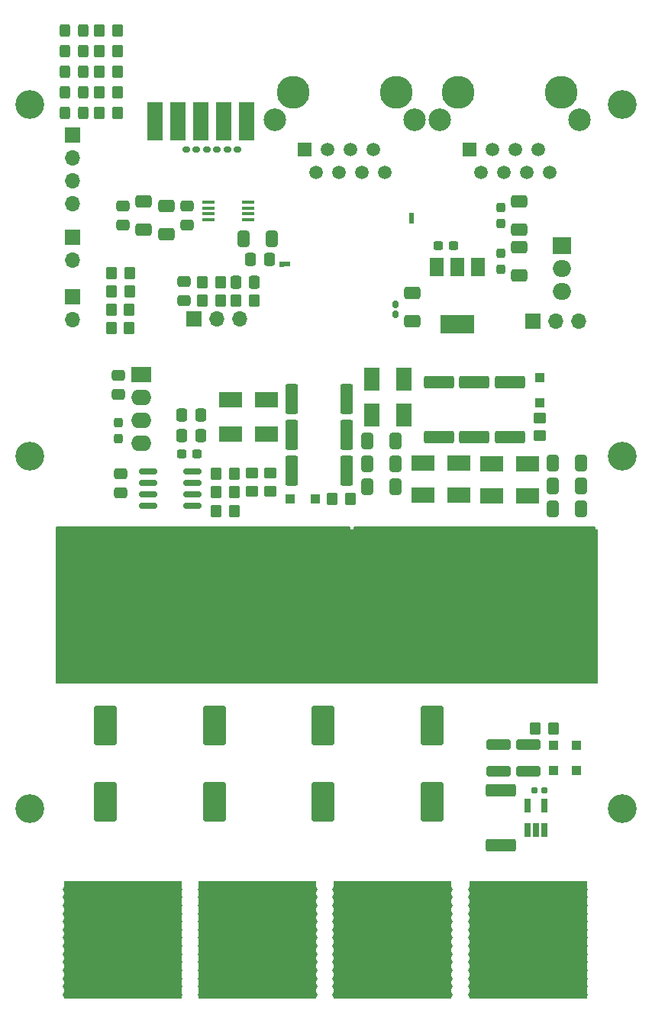
<source format=gbs>
G04 #@! TF.GenerationSoftware,KiCad,Pcbnew,(6.0.9)*
G04 #@! TF.CreationDate,2022-11-27T16:56:08-03:00*
G04 #@! TF.ProjectId,main,6d61696e-2e6b-4696-9361-645f70636258,rev?*
G04 #@! TF.SameCoordinates,Original*
G04 #@! TF.FileFunction,Soldermask,Bot*
G04 #@! TF.FilePolarity,Negative*
%FSLAX46Y46*%
G04 Gerber Fmt 4.6, Leading zero omitted, Abs format (unit mm)*
G04 Created by KiCad (PCBNEW (6.0.9)) date 2022-11-27 16:56:08*
%MOMM*%
%LPD*%
G01*
G04 APERTURE LIST*
G04 Aperture macros list*
%AMRoundRect*
0 Rectangle with rounded corners*
0 $1 Rounding radius*
0 $2 $3 $4 $5 $6 $7 $8 $9 X,Y pos of 4 corners*
0 Add a 4 corners polygon primitive as box body*
4,1,4,$2,$3,$4,$5,$6,$7,$8,$9,$2,$3,0*
0 Add four circle primitives for the rounded corners*
1,1,$1+$1,$2,$3*
1,1,$1+$1,$4,$5*
1,1,$1+$1,$6,$7*
1,1,$1+$1,$8,$9*
0 Add four rect primitives between the rounded corners*
20,1,$1+$1,$2,$3,$4,$5,0*
20,1,$1+$1,$4,$5,$6,$7,0*
20,1,$1+$1,$6,$7,$8,$9,0*
20,1,$1+$1,$8,$9,$2,$3,0*%
%AMFreePoly0*
4,1,24,0.072828,0.253187,0.091931,0.247652,0.345931,0.044452,0.349258,0.038409,0.355301,0.035082,0.359977,0.018944,0.368082,0.004226,0.366162,-0.002400,0.368082,-0.009026,0.359977,-0.023744,0.355301,-0.039882,0.349258,-0.043209,0.345931,-0.049252,0.091931,-0.252452,0.072828,-0.257987,0.054449,-0.265600,-0.123351,-0.265600,-0.165777,-0.248026,-0.183351,-0.205600,-0.183351,0.200800,
-0.165777,0.243226,-0.123351,0.260800,0.054449,0.260800,0.072828,0.253187,0.072828,0.253187,$1*%
%AMFreePoly1*
4,1,40,0.141626,0.245626,0.159200,0.203200,0.159200,-0.203200,0.141626,-0.245626,0.099200,-0.263200,-0.256400,-0.263200,-0.259782,-0.261799,-0.263299,-0.262801,-0.280566,-0.253190,-0.298826,-0.245626,-0.300226,-0.242247,-0.303423,-0.240467,-0.308835,-0.221462,-0.316400,-0.203200,-0.314999,-0.199818,-0.316001,-0.196301,-0.306390,-0.179034,-0.298826,-0.160774,-0.295447,-0.159374,-0.293667,-0.156177,
-0.098668,-0.001638,-0.099200,0.000000,-0.098668,0.001638,-0.293667,0.156177,-0.295447,0.159374,-0.298826,0.160774,-0.306390,0.179034,-0.316001,0.196301,-0.314999,0.199818,-0.316400,0.203200,-0.308835,0.221462,-0.303423,0.240467,-0.300226,0.242247,-0.298826,0.245626,-0.280566,0.253190,-0.263299,0.262801,-0.259782,0.261799,-0.256400,0.263200,0.099200,0.263200,0.141626,0.245626,
0.141626,0.245626,$1*%
G04 Aperture macros list end*
%ADD10C,0.150000*%
%ADD11C,0.120000*%
%ADD12O,2.250000X1.750000*%
%ADD13R,2.250000X1.750000*%
%ADD14C,0.800000*%
%ADD15R,13.000000X13.000000*%
%ADD16C,3.200000*%
%ADD17R,1.700000X1.700000*%
%ADD18O,1.700000X1.700000*%
%ADD19RoundRect,0.250000X-0.350000X-0.450000X0.350000X-0.450000X0.350000X0.450000X-0.350000X0.450000X0*%
%ADD20RoundRect,0.250000X0.350000X0.450000X-0.350000X0.450000X-0.350000X-0.450000X0.350000X-0.450000X0*%
%ADD21RoundRect,0.250000X-0.337500X-0.475000X0.337500X-0.475000X0.337500X0.475000X-0.337500X0.475000X0*%
%ADD22RoundRect,0.250000X-0.450000X0.350000X-0.450000X-0.350000X0.450000X-0.350000X0.450000X0.350000X0*%
%ADD23RoundRect,0.250000X-0.412500X-0.650000X0.412500X-0.650000X0.412500X0.650000X-0.412500X0.650000X0*%
%ADD24RoundRect,0.250000X0.650000X-0.412500X0.650000X0.412500X-0.650000X0.412500X-0.650000X-0.412500X0*%
%ADD25R,0.990600X0.526400*%
%ADD26FreePoly0,180.000000*%
%ADD27FreePoly1,180.000000*%
%ADD28R,2.500000X1.800000*%
%ADD29RoundRect,0.249999X1.425001X-0.450001X1.425001X0.450001X-1.425001X0.450001X-1.425001X-0.450001X0*%
%ADD30RoundRect,0.250000X-0.650000X0.412500X-0.650000X-0.412500X0.650000X-0.412500X0.650000X0.412500X0*%
%ADD31RoundRect,0.250000X-1.000000X1.950000X-1.000000X-1.950000X1.000000X-1.950000X1.000000X1.950000X0*%
%ADD32RoundRect,0.237500X-0.300000X-0.237500X0.300000X-0.237500X0.300000X0.237500X-0.300000X0.237500X0*%
%ADD33RoundRect,0.250000X-0.475000X0.337500X-0.475000X-0.337500X0.475000X-0.337500X0.475000X0.337500X0*%
%ADD34RoundRect,0.250000X-0.325000X-0.450000X0.325000X-0.450000X0.325000X0.450000X-0.325000X0.450000X0*%
%ADD35R,1.100000X1.100000*%
%ADD36RoundRect,0.250000X1.100000X-0.325000X1.100000X0.325000X-1.100000X0.325000X-1.100000X-0.325000X0*%
%ADD37RoundRect,0.160000X0.222500X0.160000X-0.222500X0.160000X-0.222500X-0.160000X0.222500X-0.160000X0*%
%ADD38RoundRect,0.150000X-0.825000X-0.150000X0.825000X-0.150000X0.825000X0.150000X-0.825000X0.150000X0*%
%ADD39RoundRect,0.250000X0.475000X-0.337500X0.475000X0.337500X-0.475000X0.337500X-0.475000X-0.337500X0*%
%ADD40RoundRect,0.249999X-1.425001X0.450001X-1.425001X-0.450001X1.425001X-0.450001X1.425001X0.450001X0*%
%ADD41RoundRect,0.249999X-0.450001X-1.425001X0.450001X-1.425001X0.450001X1.425001X-0.450001X1.425001X0*%
%ADD42R,2.000000X1.905000*%
%ADD43O,2.000000X1.905000*%
%ADD44RoundRect,0.237500X-0.237500X0.300000X-0.237500X-0.300000X0.237500X-0.300000X0.237500X0.300000X0*%
%ADD45C,3.650000*%
%ADD46R,1.500000X1.500000*%
%ADD47C,1.500000*%
%ADD48C,2.500000*%
%ADD49RoundRect,0.237500X0.237500X-0.300000X0.237500X0.300000X-0.237500X0.300000X-0.237500X-0.300000X0*%
%ADD50R,1.800000X2.500000*%
%ADD51R,0.650000X1.560000*%
%ADD52RoundRect,0.155000X0.212500X0.155000X-0.212500X0.155000X-0.212500X-0.155000X0.212500X-0.155000X0*%
%ADD53R,1.700000X4.240000*%
%ADD54RoundRect,0.250000X0.450000X-0.350000X0.450000X0.350000X-0.450000X0.350000X-0.450000X-0.350000X0*%
%ADD55RoundRect,0.160000X-0.160000X0.222500X-0.160000X-0.222500X0.160000X-0.222500X0.160000X0.222500X0*%
%ADD56R,1.450000X0.450000*%
%ADD57R,1.500000X2.000000*%
%ADD58R,3.800000X2.000000*%
%ADD59RoundRect,0.250000X0.337500X0.475000X-0.337500X0.475000X-0.337500X-0.475000X0.337500X-0.475000X0*%
%ADD60R,0.526400X0.990600*%
%ADD61FreePoly0,90.000000*%
%ADD62FreePoly1,90.000000*%
G04 APERTURE END LIST*
D10*
X51816000Y-138938000D02*
X78486000Y-138938000D01*
X78486000Y-138938000D02*
X78486000Y-156210000D01*
X78486000Y-156210000D02*
X51816000Y-156210000D01*
X51816000Y-156210000D02*
X51816000Y-138938000D01*
G36*
X51816000Y-138938000D02*
G01*
X78486000Y-138938000D01*
X78486000Y-156210000D01*
X51816000Y-156210000D01*
X51816000Y-138938000D01*
G37*
X51308000Y-138938000D02*
X18796000Y-138938000D01*
X18796000Y-138938000D02*
X18796000Y-156210000D01*
X18796000Y-156210000D02*
X51308000Y-156210000D01*
X51308000Y-156210000D02*
X51308000Y-138938000D01*
G36*
X51308000Y-138938000D02*
G01*
X18796000Y-138938000D01*
X18796000Y-156210000D01*
X51308000Y-156210000D01*
X51308000Y-138938000D01*
G37*
D11*
X78740000Y-156210000D02*
X18740000Y-156210000D01*
X18740000Y-156210000D02*
X18740000Y-139210000D01*
X18740000Y-139210000D02*
X78740000Y-139210000D01*
X78740000Y-139210000D02*
X78740000Y-156210000D01*
G36*
X78740000Y-156210000D02*
G01*
X18740000Y-156210000D01*
X18740000Y-139210000D01*
X78740000Y-139210000D01*
X78740000Y-156210000D01*
G37*
D12*
X28215500Y-129617500D03*
X28215500Y-127077500D03*
X28215500Y-124537500D03*
D13*
X28215500Y-121997500D03*
D14*
X72680000Y-189965400D03*
X72680000Y-180058800D03*
X66440000Y-189064800D03*
X69820000Y-178707900D03*
X75540000Y-190415700D03*
X68520000Y-190866000D03*
X74760000Y-180959400D03*
X74240000Y-181860000D03*
X67220000Y-190415700D03*
X66700000Y-186813300D03*
X74760000Y-182760600D03*
X72680000Y-180959400D03*
X66960000Y-189064800D03*
X74240000Y-190866000D03*
X67220000Y-181409700D03*
X67220000Y-184111500D03*
X76840000Y-190866000D03*
X75020000Y-180509100D03*
X74240000Y-182760600D03*
X76060000Y-179608500D03*
X70340000Y-187713900D03*
X72940000Y-183210900D03*
X65400000Y-182760600D03*
X69820000Y-187713900D03*
X70600000Y-181860000D03*
X68780000Y-180509100D03*
X67480000Y-183661200D03*
X74500000Y-182310300D03*
X76580000Y-182310300D03*
X68520000Y-186363000D03*
X72940000Y-179608500D03*
X66700000Y-185912700D03*
X77100000Y-182310300D03*
X75540000Y-185912700D03*
X66440000Y-188164200D03*
X74760000Y-190866000D03*
X73460000Y-189515100D03*
X72160000Y-180959400D03*
X66440000Y-190866000D03*
X75020000Y-186813300D03*
X73720000Y-185462400D03*
X70340000Y-178707900D03*
X65140000Y-181409700D03*
X76320000Y-189064800D03*
X68520000Y-180058800D03*
X76840000Y-179158200D03*
X73720000Y-187263600D03*
X69300000Y-186813300D03*
X66180000Y-180509100D03*
X75540000Y-186813300D03*
X71380000Y-188614500D03*
X67480000Y-181860000D03*
X73200000Y-179158200D03*
X68780000Y-181409700D03*
X72160000Y-187263600D03*
X76840000Y-189965400D03*
X74240000Y-187263600D03*
X66440000Y-185462400D03*
X68000000Y-183661200D03*
X68000000Y-188164200D03*
X74500000Y-186813300D03*
X68260000Y-178707900D03*
X73720000Y-181860000D03*
D15*
X71120000Y-184800000D03*
D14*
X71640000Y-180959400D03*
X65660000Y-190415700D03*
X70860000Y-178707900D03*
X73980000Y-181409700D03*
X74500000Y-187713900D03*
X67220000Y-179608500D03*
X68000000Y-179158200D03*
X67480000Y-188164200D03*
X74760000Y-181860000D03*
X64880000Y-184561800D03*
X73460000Y-188614500D03*
X65140000Y-190415700D03*
X76320000Y-189965400D03*
X73720000Y-188164200D03*
X69300000Y-182310300D03*
X64880000Y-190866000D03*
X66960000Y-183661200D03*
X66960000Y-182760600D03*
X74760000Y-184561800D03*
X71900000Y-182310300D03*
X67740000Y-185012100D03*
X69560000Y-180959400D03*
X74500000Y-190415700D03*
X73720000Y-190866000D03*
X74760000Y-186363000D03*
X65400000Y-187263600D03*
X65140000Y-188614500D03*
X71120000Y-187263600D03*
X64880000Y-188164200D03*
X69820000Y-181409700D03*
X73200000Y-188164200D03*
X70080000Y-187263600D03*
X65920000Y-188164200D03*
X73980000Y-187713900D03*
X71380000Y-179608500D03*
X65920000Y-179158200D03*
X69820000Y-189515100D03*
X69560000Y-188164200D03*
X74500000Y-189515100D03*
X72160000Y-179158200D03*
X64880000Y-182760600D03*
X71900000Y-179608500D03*
X66700000Y-180509100D03*
X76840000Y-180058800D03*
X76320000Y-180058800D03*
X66960000Y-179158200D03*
X77360000Y-189965400D03*
X69040000Y-186363000D03*
X71380000Y-189515100D03*
X70860000Y-187713900D03*
X71900000Y-181409700D03*
X72940000Y-180509100D03*
X69300000Y-178707900D03*
X75280000Y-180058800D03*
X69040000Y-182760600D03*
X71120000Y-189965400D03*
X76320000Y-185462400D03*
X66180000Y-182310300D03*
X72940000Y-189515100D03*
X74760000Y-180058800D03*
X69040000Y-179158200D03*
X66440000Y-186363000D03*
X69300000Y-188614500D03*
X67740000Y-179608500D03*
X75800000Y-184561800D03*
X68780000Y-185912700D03*
X73460000Y-185912700D03*
X69040000Y-189965400D03*
X68000000Y-186363000D03*
X73200000Y-189965400D03*
X76060000Y-189515100D03*
X72680000Y-188164200D03*
X66960000Y-184561800D03*
X67220000Y-185912700D03*
X75540000Y-180509100D03*
X75280000Y-189064800D03*
X66440000Y-182760600D03*
X66960000Y-189965400D03*
X64880000Y-186363000D03*
X67220000Y-180509100D03*
X67220000Y-185012100D03*
X65920000Y-190866000D03*
X73720000Y-189965400D03*
X71900000Y-188614500D03*
X70080000Y-188164200D03*
X66180000Y-190415700D03*
X73980000Y-186813300D03*
X69300000Y-189515100D03*
X65400000Y-186363000D03*
X70600000Y-188164200D03*
X65920000Y-187263600D03*
X65660000Y-188614500D03*
X75800000Y-187263600D03*
X70600000Y-189965400D03*
X69300000Y-181409700D03*
X65400000Y-190866000D03*
X68260000Y-187713900D03*
X70080000Y-179158200D03*
X70600000Y-189064800D03*
X74760000Y-187263600D03*
X70080000Y-180959400D03*
X73460000Y-183210900D03*
X70080000Y-189965400D03*
X71900000Y-189515100D03*
X67740000Y-182310300D03*
X66700000Y-189515100D03*
X68780000Y-184111500D03*
X64880000Y-185462400D03*
X72940000Y-187713900D03*
X65920000Y-184561800D03*
X67480000Y-180959400D03*
X68000000Y-180058800D03*
X69820000Y-182310300D03*
X73460000Y-186813300D03*
X68520000Y-188164200D03*
X69560000Y-182760600D03*
X64880000Y-180959400D03*
X75800000Y-180058800D03*
X71640000Y-190866000D03*
X66440000Y-187263600D03*
X76580000Y-187713900D03*
X71640000Y-188164200D03*
X76320000Y-183661200D03*
X70860000Y-181409700D03*
X77100000Y-179608500D03*
X75020000Y-181409700D03*
X73200000Y-180058800D03*
X71120000Y-190866000D03*
X70860000Y-189515100D03*
X73980000Y-184111500D03*
X73460000Y-184111500D03*
X76320000Y-184561800D03*
X75280000Y-186363000D03*
X71640000Y-180058800D03*
X66700000Y-182310300D03*
X68260000Y-182310300D03*
X76580000Y-185012100D03*
X77360000Y-182760600D03*
X67740000Y-180509100D03*
X73980000Y-180509100D03*
X65920000Y-189064800D03*
X67480000Y-187263600D03*
X70600000Y-187263600D03*
X68520000Y-180959400D03*
X66700000Y-179608500D03*
X69560000Y-190866000D03*
X77360000Y-186363000D03*
X68780000Y-190415700D03*
X67480000Y-184561800D03*
X66440000Y-189965400D03*
X74500000Y-181409700D03*
X72680000Y-189064800D03*
X69040000Y-188164200D03*
X68780000Y-187713900D03*
X72420000Y-182310300D03*
X65140000Y-189515100D03*
X75800000Y-186363000D03*
X74760000Y-189965400D03*
X73720000Y-189064800D03*
X66180000Y-178707900D03*
X75280000Y-180959400D03*
X68000000Y-181860000D03*
X71640000Y-189965400D03*
X76060000Y-190415700D03*
X70600000Y-180058800D03*
X75020000Y-178707900D03*
X66440000Y-179158200D03*
X70860000Y-180509100D03*
X74500000Y-183210900D03*
X73720000Y-184561800D03*
X70860000Y-190415700D03*
X73200000Y-189064800D03*
X65660000Y-178707900D03*
X67480000Y-180058800D03*
X68260000Y-185912700D03*
X67740000Y-181409700D03*
X65660000Y-185912700D03*
X77100000Y-180509100D03*
X75020000Y-187713900D03*
X72160000Y-189064800D03*
X71380000Y-181409700D03*
X72420000Y-180509100D03*
X77360000Y-180959400D03*
X67740000Y-184111500D03*
X67740000Y-188614500D03*
X75020000Y-182310300D03*
X75020000Y-184111500D03*
X67480000Y-189965400D03*
X68520000Y-179158200D03*
X69300000Y-187713900D03*
X76060000Y-187713900D03*
X69040000Y-180058800D03*
X76580000Y-184111500D03*
X70080000Y-190866000D03*
X66700000Y-190415700D03*
X71900000Y-190415700D03*
X72420000Y-187713900D03*
X76060000Y-181409700D03*
X74500000Y-179608500D03*
X74240000Y-186363000D03*
X65920000Y-180959400D03*
X72160000Y-180058800D03*
X77360000Y-180058800D03*
X76580000Y-188614500D03*
X73460000Y-182310300D03*
X66700000Y-183210900D03*
X66180000Y-188614500D03*
X71380000Y-178707900D03*
X66440000Y-180959400D03*
X69820000Y-190415700D03*
X74760000Y-179158200D03*
X76840000Y-180959400D03*
X73200000Y-180959400D03*
X75540000Y-178707900D03*
X72160000Y-181860000D03*
X64880000Y-181860000D03*
X72420000Y-178707900D03*
X73460000Y-181409700D03*
X75540000Y-184111500D03*
X72940000Y-182310300D03*
X66960000Y-181860000D03*
X66180000Y-185012100D03*
X70080000Y-180058800D03*
X68260000Y-180509100D03*
X76580000Y-190415700D03*
X71120000Y-180058800D03*
X73200000Y-183661200D03*
X73980000Y-183210900D03*
X65400000Y-181860000D03*
X70080000Y-189064800D03*
X64880000Y-187263600D03*
X69040000Y-181860000D03*
X66960000Y-188164200D03*
X65660000Y-182310300D03*
X73720000Y-179158200D03*
X68520000Y-189064800D03*
X67480000Y-189064800D03*
X65660000Y-185012100D03*
X76840000Y-185462400D03*
X66700000Y-188614500D03*
X72420000Y-179608500D03*
X70600000Y-179158200D03*
X66180000Y-185912700D03*
X75020000Y-189515100D03*
X76060000Y-180509100D03*
X77360000Y-184561800D03*
X76840000Y-189064800D03*
X65920000Y-186363000D03*
X66700000Y-187713900D03*
X72420000Y-189515100D03*
X69040000Y-187263600D03*
X77100000Y-181409700D03*
X74500000Y-184111500D03*
X69820000Y-179608500D03*
X76060000Y-185012100D03*
X65140000Y-186813300D03*
X73980000Y-185012100D03*
X71900000Y-187713900D03*
X67480000Y-179158200D03*
X72420000Y-188614500D03*
X67740000Y-186813300D03*
X75280000Y-189965400D03*
X68780000Y-188614500D03*
X70340000Y-189515100D03*
X65140000Y-187713900D03*
X65400000Y-189064800D03*
X75540000Y-182310300D03*
X75280000Y-182760600D03*
X74500000Y-185912700D03*
X68780000Y-178707900D03*
X71120000Y-181860000D03*
X69820000Y-180509100D03*
X65660000Y-186813300D03*
X65400000Y-183661200D03*
X68000000Y-189965400D03*
X66180000Y-183210900D03*
X72420000Y-181409700D03*
X77100000Y-188614500D03*
X76840000Y-183661200D03*
X75540000Y-183210900D03*
X74240000Y-179158200D03*
X70340000Y-179608500D03*
X76060000Y-185912700D03*
X65660000Y-183210900D03*
X66440000Y-184561800D03*
X67740000Y-178707900D03*
X75540000Y-187713900D03*
X71120000Y-189064800D03*
X74500000Y-188614500D03*
X66960000Y-187263600D03*
X68000000Y-190866000D03*
X66700000Y-184111500D03*
X66960000Y-185462400D03*
X66180000Y-184111500D03*
X69820000Y-188614500D03*
X65660000Y-179608500D03*
X76840000Y-181860000D03*
X67220000Y-188614500D03*
X77360000Y-187263600D03*
X76840000Y-184561800D03*
X77100000Y-186813300D03*
X75800000Y-182760600D03*
X66180000Y-187713900D03*
X74500000Y-178707900D03*
X70860000Y-188614500D03*
X72160000Y-190866000D03*
X75540000Y-181409700D03*
X74240000Y-189965400D03*
X65140000Y-184111500D03*
X74500000Y-185012100D03*
X68000000Y-180959400D03*
X69040000Y-180959400D03*
X68260000Y-188614500D03*
X68260000Y-179608500D03*
X64880000Y-183661200D03*
X69560000Y-181860000D03*
X67740000Y-190415700D03*
X73980000Y-188614500D03*
X71900000Y-180509100D03*
X64880000Y-179158200D03*
X72420000Y-190415700D03*
X65920000Y-182760600D03*
X75020000Y-183210900D03*
X76840000Y-187263600D03*
X70340000Y-188614500D03*
X75020000Y-190415700D03*
X77360000Y-188164200D03*
X70080000Y-181860000D03*
X68260000Y-185012100D03*
X68260000Y-183210900D03*
X68780000Y-189515100D03*
X66960000Y-180959400D03*
X68260000Y-181409700D03*
X71380000Y-190415700D03*
X68520000Y-181860000D03*
X68260000Y-186813300D03*
X69300000Y-179608500D03*
X72680000Y-179158200D03*
X73460000Y-190415700D03*
X75800000Y-189965400D03*
X76320000Y-186363000D03*
X75020000Y-185012100D03*
X68520000Y-182760600D03*
X68000000Y-189064800D03*
X67480000Y-185462400D03*
X77100000Y-189515100D03*
X75540000Y-185012100D03*
X76320000Y-182760600D03*
X70600000Y-180959400D03*
X71120000Y-179158200D03*
X75800000Y-181860000D03*
X74760000Y-183661200D03*
X75800000Y-183661200D03*
X74240000Y-189064800D03*
X66960000Y-180058800D03*
X73980000Y-189515100D03*
X77100000Y-185012100D03*
X76840000Y-182760600D03*
X65660000Y-180509100D03*
X72940000Y-190415700D03*
X69040000Y-190866000D03*
X77360000Y-185462400D03*
X75280000Y-181860000D03*
X66700000Y-178707900D03*
X75540000Y-179608500D03*
X73460000Y-180509100D03*
X67220000Y-187713900D03*
X66960000Y-190866000D03*
X74240000Y-184561800D03*
X65920000Y-180058800D03*
X65660000Y-187713900D03*
X71380000Y-187713900D03*
X68780000Y-179608500D03*
X77360000Y-179158200D03*
X65140000Y-179608500D03*
X77360000Y-183661200D03*
X77100000Y-178707900D03*
X71640000Y-189064800D03*
X75540000Y-189515100D03*
X73980000Y-185912700D03*
X76320000Y-187263600D03*
X66180000Y-186813300D03*
X76840000Y-188164200D03*
X75280000Y-190866000D03*
X75280000Y-188164200D03*
X69560000Y-179158200D03*
X73720000Y-186363000D03*
X70340000Y-182310300D03*
X76580000Y-189515100D03*
X72940000Y-186813300D03*
X73200000Y-181860000D03*
X74240000Y-180058800D03*
X72940000Y-188614500D03*
X71380000Y-182310300D03*
X65400000Y-189965400D03*
X65920000Y-183661200D03*
X66440000Y-180058800D03*
X71120000Y-188164200D03*
X66700000Y-185012100D03*
X73720000Y-182760600D03*
X65400000Y-179158200D03*
X67220000Y-178707900D03*
X71380000Y-180509100D03*
X68520000Y-183661200D03*
X77100000Y-190415700D03*
X72160000Y-188164200D03*
X67220000Y-182310300D03*
X75020000Y-188614500D03*
X75280000Y-184561800D03*
X75800000Y-180959400D03*
X75280000Y-185462400D03*
X75280000Y-179158200D03*
X65140000Y-180509100D03*
X70600000Y-190866000D03*
X69560000Y-180058800D03*
X76060000Y-188614500D03*
X73460000Y-178707900D03*
X65140000Y-185012100D03*
X76060000Y-183210900D03*
X75020000Y-179608500D03*
X68000000Y-182760600D03*
X65660000Y-189515100D03*
X76320000Y-188164200D03*
X70860000Y-179608500D03*
X64880000Y-180058800D03*
X74240000Y-185462400D03*
X73980000Y-182310300D03*
X64880000Y-189965400D03*
X74760000Y-185462400D03*
X72680000Y-181860000D03*
X73720000Y-183661200D03*
X67480000Y-186363000D03*
X65140000Y-185912700D03*
X73720000Y-180959400D03*
X66700000Y-181409700D03*
X68260000Y-190415700D03*
X65920000Y-181860000D03*
X76580000Y-178707900D03*
X73720000Y-180058800D03*
X77360000Y-181860000D03*
X75800000Y-188164200D03*
X75540000Y-188614500D03*
X65400000Y-184561800D03*
X71640000Y-181860000D03*
X76580000Y-179608500D03*
X75800000Y-185462400D03*
X72940000Y-181409700D03*
X66180000Y-179608500D03*
X76580000Y-186813300D03*
X73200000Y-187263600D03*
X76320000Y-180959400D03*
X65400000Y-180058800D03*
X65920000Y-189965400D03*
X73200000Y-186363000D03*
X70340000Y-190415700D03*
X71900000Y-178707900D03*
X76580000Y-181409700D03*
X77100000Y-185912700D03*
X72680000Y-182760600D03*
X66440000Y-183661200D03*
X69560000Y-189064800D03*
X75280000Y-183661200D03*
X69040000Y-183661200D03*
X68000000Y-185462400D03*
X74240000Y-188164200D03*
X68780000Y-182310300D03*
X65660000Y-184111500D03*
X69560000Y-189965400D03*
X71640000Y-187263600D03*
X73980000Y-179608500D03*
X68260000Y-184111500D03*
X67740000Y-187713900D03*
X69300000Y-183210900D03*
X65920000Y-185462400D03*
X65660000Y-181409700D03*
X77100000Y-184111500D03*
X68000000Y-187263600D03*
X75280000Y-187263600D03*
X65140000Y-182310300D03*
X75800000Y-179158200D03*
X76580000Y-180509100D03*
X65400000Y-185462400D03*
X67480000Y-182760600D03*
X67220000Y-189515100D03*
X69300000Y-180509100D03*
X77100000Y-183210900D03*
X76320000Y-190866000D03*
X65140000Y-178707900D03*
X74240000Y-183661200D03*
X74760000Y-188164200D03*
X77100000Y-187713900D03*
X69560000Y-187263600D03*
X73980000Y-190415700D03*
X66180000Y-189515100D03*
X68260000Y-189515100D03*
X75020000Y-185912700D03*
X68000000Y-184561800D03*
X76060000Y-182310300D03*
X77360000Y-190866000D03*
X68520000Y-184561800D03*
X71120000Y-180959400D03*
X76320000Y-179158200D03*
X72940000Y-178707900D03*
X67220000Y-183210900D03*
X68780000Y-186813300D03*
X76060000Y-186813300D03*
X72680000Y-190866000D03*
X74760000Y-189064800D03*
X73460000Y-179608500D03*
X77360000Y-189064800D03*
X67480000Y-190866000D03*
X65400000Y-188164200D03*
X69040000Y-189064800D03*
X76840000Y-186363000D03*
X76320000Y-181860000D03*
X64880000Y-189064800D03*
X76060000Y-184111500D03*
X76580000Y-183210900D03*
X75800000Y-190866000D03*
X68520000Y-185462400D03*
X65140000Y-183210900D03*
X67740000Y-189515100D03*
X66960000Y-186363000D03*
X70860000Y-182310300D03*
X73200000Y-190866000D03*
X65400000Y-180959400D03*
X70340000Y-180509100D03*
X67740000Y-185912700D03*
X69300000Y-190415700D03*
X73980000Y-178707900D03*
X74240000Y-180959400D03*
X76580000Y-185912700D03*
X68780000Y-183210900D03*
X72680000Y-187263600D03*
X70340000Y-181409700D03*
X72160000Y-189965400D03*
X67740000Y-183210900D03*
X71640000Y-179158200D03*
X68520000Y-187263600D03*
X74500000Y-180509100D03*
X76060000Y-178707900D03*
X66440000Y-181860000D03*
X73200000Y-182760600D03*
X75800000Y-189064800D03*
X67220000Y-186813300D03*
X68520000Y-189965400D03*
X66180000Y-181409700D03*
X73460000Y-187713900D03*
D16*
X15875000Y-92075000D03*
D17*
X20574000Y-113408000D03*
D18*
X20574000Y-115948000D03*
D14*
X31882000Y-187263600D03*
X20182000Y-183210900D03*
X25642000Y-180959400D03*
X28502000Y-184111500D03*
X30062000Y-190415700D03*
X31102000Y-182310300D03*
X23822000Y-181409700D03*
X23042000Y-180058800D03*
X27722000Y-189064800D03*
X31882000Y-181860000D03*
X23822000Y-185912700D03*
X19922000Y-181860000D03*
X21482000Y-185462400D03*
X24862000Y-188614500D03*
X29802000Y-184561800D03*
X24342000Y-190415700D03*
X30062000Y-188614500D03*
X20182000Y-184111500D03*
X25122000Y-189965400D03*
X30582000Y-183210900D03*
X29542000Y-184111500D03*
X30842000Y-179158200D03*
X20962000Y-189965400D03*
X32402000Y-186363000D03*
X31622000Y-181409700D03*
X23042000Y-187263600D03*
X29282000Y-184561800D03*
X23562000Y-184561800D03*
X30322000Y-189965400D03*
X22262000Y-188614500D03*
X21222000Y-181409700D03*
X19922000Y-183661200D03*
X26682000Y-189064800D03*
X24862000Y-190415700D03*
X30062000Y-178707900D03*
X29802000Y-189064800D03*
X31362000Y-189965400D03*
X30582000Y-179608500D03*
X22262000Y-185912700D03*
X32142000Y-181409700D03*
X27462000Y-187713900D03*
X20442000Y-186363000D03*
X28762000Y-189965400D03*
X22002000Y-182760600D03*
X22522000Y-183661200D03*
X24082000Y-180959400D03*
X26422000Y-178707900D03*
X26162000Y-187263600D03*
X28502000Y-189515100D03*
X23822000Y-178707900D03*
X28502000Y-182310300D03*
X25382000Y-180509100D03*
X27982000Y-190415700D03*
X20962000Y-189064800D03*
X25642000Y-188164200D03*
X23822000Y-184111500D03*
X27982000Y-180509100D03*
X22522000Y-180058800D03*
X26682000Y-190866000D03*
X31102000Y-178707900D03*
X25902000Y-188614500D03*
X26942000Y-190415700D03*
X20702000Y-179608500D03*
X29022000Y-186813300D03*
X29542000Y-190415700D03*
X32142000Y-184111500D03*
X26942000Y-181409700D03*
X23302000Y-181409700D03*
X22782000Y-189515100D03*
X29282000Y-180058800D03*
X22522000Y-179158200D03*
X24342000Y-180509100D03*
X29022000Y-182310300D03*
X20442000Y-189965400D03*
X30842000Y-180959400D03*
X23822000Y-190415700D03*
X30582000Y-184111500D03*
X32402000Y-185462400D03*
X22262000Y-178707900D03*
X31622000Y-182310300D03*
X26162000Y-190866000D03*
X21482000Y-186363000D03*
X29282000Y-189965400D03*
X26682000Y-179158200D03*
X25902000Y-181409700D03*
X29542000Y-180509100D03*
X26942000Y-188614500D03*
X23822000Y-183210900D03*
X26942000Y-189515100D03*
X29282000Y-181860000D03*
X32142000Y-186813300D03*
X24602000Y-187263600D03*
X29022000Y-189515100D03*
X30842000Y-186363000D03*
X22782000Y-179608500D03*
X25122000Y-179158200D03*
X30062000Y-182310300D03*
X25902000Y-189515100D03*
X23302000Y-178707900D03*
X31882000Y-184561800D03*
X29022000Y-184111500D03*
X22522000Y-182760600D03*
X30582000Y-189515100D03*
X21482000Y-181860000D03*
X25382000Y-182310300D03*
X30322000Y-187263600D03*
X31362000Y-189064800D03*
X30322000Y-180058800D03*
X22522000Y-184561800D03*
X20962000Y-184561800D03*
X20442000Y-180959400D03*
X22782000Y-187713900D03*
X30582000Y-185912700D03*
X23042000Y-183661200D03*
X21482000Y-190866000D03*
X23042000Y-180959400D03*
X21222000Y-188614500D03*
X20182000Y-185912700D03*
X23042000Y-185462400D03*
X20182000Y-185012100D03*
X30842000Y-183661200D03*
X30322000Y-179158200D03*
X21222000Y-187713900D03*
X31882000Y-189064800D03*
X25642000Y-189064800D03*
X31882000Y-190866000D03*
X29022000Y-190415700D03*
X29802000Y-188164200D03*
X27462000Y-182310300D03*
X21222000Y-186813300D03*
X22262000Y-183210900D03*
X22782000Y-188614500D03*
X26422000Y-188614500D03*
X30842000Y-187263600D03*
X20702000Y-181409700D03*
X24082000Y-187263600D03*
X22522000Y-187263600D03*
X29022000Y-185912700D03*
X27462000Y-189515100D03*
X27982000Y-187713900D03*
X29802000Y-190866000D03*
X21482000Y-188164200D03*
X28762000Y-187263600D03*
X27722000Y-189965400D03*
X28242000Y-187263600D03*
X27462000Y-188614500D03*
X23822000Y-186813300D03*
X29022000Y-185012100D03*
X29282000Y-188164200D03*
X30322000Y-186363000D03*
X25902000Y-180509100D03*
X24342000Y-183210900D03*
X23302000Y-180509100D03*
X26162000Y-188164200D03*
X31102000Y-187713900D03*
X28502000Y-188614500D03*
X28242000Y-182760600D03*
X29802000Y-180058800D03*
X32142000Y-188614500D03*
X20442000Y-180058800D03*
X22002000Y-185462400D03*
X20962000Y-182760600D03*
X21222000Y-185012100D03*
X20702000Y-184111500D03*
X24602000Y-180959400D03*
X28762000Y-180959400D03*
X23042000Y-184561800D03*
X21482000Y-182760600D03*
X30062000Y-184111500D03*
X22002000Y-188164200D03*
X23302000Y-182310300D03*
X30842000Y-185462400D03*
X25122000Y-180959400D03*
X20962000Y-187263600D03*
X30062000Y-189515100D03*
D15*
X26162000Y-184800000D03*
D14*
X29542000Y-181409700D03*
X24602000Y-189965400D03*
X31362000Y-185462400D03*
X29802000Y-187263600D03*
X27202000Y-189965400D03*
X28242000Y-181860000D03*
X23042000Y-190866000D03*
X20702000Y-178707900D03*
X27722000Y-180959400D03*
X24082000Y-186363000D03*
X29282000Y-187263600D03*
X21222000Y-179608500D03*
X28762000Y-180058800D03*
X20442000Y-182760600D03*
X30322000Y-183661200D03*
X24602000Y-180058800D03*
X20442000Y-190866000D03*
X31882000Y-188164200D03*
X29282000Y-183661200D03*
X24862000Y-187713900D03*
X31362000Y-181860000D03*
X31622000Y-185912700D03*
X20182000Y-181409700D03*
X29282000Y-185462400D03*
X28242000Y-183661200D03*
X23822000Y-179608500D03*
X20182000Y-180509100D03*
X24342000Y-186813300D03*
X22522000Y-186363000D03*
X27202000Y-188164200D03*
X31882000Y-189965400D03*
X31102000Y-185012100D03*
X20702000Y-183210900D03*
X24082000Y-183661200D03*
X22002000Y-189965400D03*
X23042000Y-186363000D03*
X28502000Y-180509100D03*
X27462000Y-181409700D03*
X32142000Y-182310300D03*
X31362000Y-183661200D03*
X20442000Y-184561800D03*
X24342000Y-179608500D03*
X24602000Y-188164200D03*
X31362000Y-186363000D03*
X31622000Y-180509100D03*
X30582000Y-190415700D03*
X21222000Y-184111500D03*
X26942000Y-180509100D03*
X24862000Y-189515100D03*
X31362000Y-187263600D03*
X29022000Y-188614500D03*
X26162000Y-179158200D03*
X24082000Y-188164200D03*
X29542000Y-187713900D03*
X31102000Y-180509100D03*
X21222000Y-189515100D03*
X32402000Y-188164200D03*
X23562000Y-182760600D03*
X20442000Y-181860000D03*
X19922000Y-180959400D03*
X31882000Y-182760600D03*
X32142000Y-190415700D03*
X23302000Y-188614500D03*
X24862000Y-180509100D03*
X27202000Y-190866000D03*
X25382000Y-188614500D03*
X28502000Y-190415700D03*
X29542000Y-185912700D03*
X32142000Y-189515100D03*
X26682000Y-180959400D03*
X31362000Y-184561800D03*
X31362000Y-188164200D03*
X25122000Y-190866000D03*
X29542000Y-179608500D03*
X23042000Y-188164200D03*
X29542000Y-183210900D03*
X24862000Y-179608500D03*
X31622000Y-184111500D03*
X21482000Y-184561800D03*
X24342000Y-178707900D03*
X32402000Y-180058800D03*
X22522000Y-181860000D03*
X32402000Y-190866000D03*
X28762000Y-190866000D03*
X28762000Y-185462400D03*
X24082000Y-190866000D03*
X22262000Y-182310300D03*
X30842000Y-189965400D03*
X23042000Y-179158200D03*
X21482000Y-180058800D03*
X29282000Y-189064800D03*
X24342000Y-182310300D03*
X19922000Y-185462400D03*
X22262000Y-181409700D03*
X21482000Y-189965400D03*
X22002000Y-183661200D03*
X26942000Y-179608500D03*
X23042000Y-189064800D03*
X24082000Y-179158200D03*
X31102000Y-179608500D03*
X27982000Y-182310300D03*
X28762000Y-181860000D03*
X32142000Y-185912700D03*
X22262000Y-189515100D03*
X23042000Y-181860000D03*
X25902000Y-179608500D03*
X20442000Y-188164200D03*
X22782000Y-182310300D03*
X22262000Y-185012100D03*
X25382000Y-187713900D03*
X24342000Y-181409700D03*
X26162000Y-189064800D03*
X29282000Y-182760600D03*
X19922000Y-188164200D03*
X23562000Y-189965400D03*
X30842000Y-184561800D03*
X28762000Y-188164200D03*
X20182000Y-178707900D03*
X22782000Y-180509100D03*
X26942000Y-178707900D03*
X30842000Y-190866000D03*
X25122000Y-181860000D03*
X29542000Y-185012100D03*
X22782000Y-185912700D03*
X30062000Y-179608500D03*
X29022000Y-181409700D03*
X21742000Y-179608500D03*
X27202000Y-189064800D03*
X26422000Y-187713900D03*
X21742000Y-190415700D03*
X25642000Y-180058800D03*
X24082000Y-181860000D03*
X28502000Y-185912700D03*
X22782000Y-183210900D03*
X29802000Y-183661200D03*
X28502000Y-183210900D03*
X29022000Y-187713900D03*
X32142000Y-185012100D03*
X27202000Y-181860000D03*
X31102000Y-188614500D03*
X23822000Y-180509100D03*
X20182000Y-189515100D03*
X24602000Y-181860000D03*
X21482000Y-180959400D03*
X26682000Y-180058800D03*
X29542000Y-189515100D03*
X19922000Y-189965400D03*
X25382000Y-179608500D03*
X26682000Y-181860000D03*
X21742000Y-185012100D03*
X29282000Y-180959400D03*
X22002000Y-189064800D03*
X30582000Y-186813300D03*
X30322000Y-181860000D03*
X27982000Y-179608500D03*
X20182000Y-188614500D03*
X21742000Y-189515100D03*
X29542000Y-178707900D03*
X19922000Y-190866000D03*
X29282000Y-186363000D03*
X20182000Y-187713900D03*
X20442000Y-185462400D03*
X24082000Y-180058800D03*
X25902000Y-178707900D03*
X31102000Y-189515100D03*
X25642000Y-190866000D03*
X22002000Y-190866000D03*
X21742000Y-180509100D03*
X20702000Y-187713900D03*
X28502000Y-187713900D03*
X29802000Y-186363000D03*
X20962000Y-188164200D03*
X31102000Y-181409700D03*
X19922000Y-189064800D03*
X22002000Y-184561800D03*
X31882000Y-179158200D03*
X31622000Y-186813300D03*
X20962000Y-183661200D03*
X27982000Y-189515100D03*
X28242000Y-180959400D03*
X22782000Y-178707900D03*
X28242000Y-188164200D03*
X22522000Y-185462400D03*
X22262000Y-184111500D03*
X26422000Y-180509100D03*
X31102000Y-183210900D03*
X23562000Y-185462400D03*
X20962000Y-179158200D03*
X23562000Y-188164200D03*
X20702000Y-190415700D03*
X27722000Y-187263600D03*
X26942000Y-182310300D03*
X29802000Y-185462400D03*
X20702000Y-185012100D03*
X22782000Y-181409700D03*
X31102000Y-190415700D03*
X20962000Y-181860000D03*
X28242000Y-180058800D03*
X25122000Y-188164200D03*
X32402000Y-184561800D03*
X21742000Y-182310300D03*
X22522000Y-190866000D03*
X25382000Y-178707900D03*
X19922000Y-179158200D03*
X23302000Y-183210900D03*
X23562000Y-179158200D03*
X23822000Y-188614500D03*
X21482000Y-183661200D03*
X30322000Y-188164200D03*
X27462000Y-179608500D03*
X26422000Y-182310300D03*
X32142000Y-183210900D03*
X31622000Y-190415700D03*
X27722000Y-190866000D03*
X26162000Y-189965400D03*
X29282000Y-190866000D03*
X29802000Y-181860000D03*
X21742000Y-183210900D03*
X20442000Y-183661200D03*
X23822000Y-182310300D03*
X28762000Y-183661200D03*
X31882000Y-180058800D03*
X29802000Y-179158200D03*
X21222000Y-178707900D03*
X31622000Y-185012100D03*
X29022000Y-179608500D03*
X25122000Y-187263600D03*
X27722000Y-182760600D03*
X25642000Y-181860000D03*
X30842000Y-182760600D03*
X29022000Y-183210900D03*
X22522000Y-180959400D03*
X27202000Y-180058800D03*
X31882000Y-186363000D03*
X30322000Y-182760600D03*
X19922000Y-184561800D03*
X31102000Y-185912700D03*
X20702000Y-180509100D03*
X20962000Y-190866000D03*
X29542000Y-186813300D03*
X28502000Y-179608500D03*
X23042000Y-189965400D03*
X30322000Y-189064800D03*
X27982000Y-178707900D03*
X28762000Y-186363000D03*
X31882000Y-180959400D03*
X31622000Y-178707900D03*
X27722000Y-181860000D03*
X26682000Y-188164200D03*
X30582000Y-187713900D03*
X27982000Y-181409700D03*
X21222000Y-190415700D03*
X26942000Y-187713900D03*
X30322000Y-185462400D03*
X22782000Y-190415700D03*
X27982000Y-188614500D03*
X22002000Y-187263600D03*
X22782000Y-185012100D03*
X25382000Y-189515100D03*
X20962000Y-180058800D03*
X28762000Y-189064800D03*
X30582000Y-188614500D03*
X22782000Y-184111500D03*
X23822000Y-187713900D03*
X32142000Y-180509100D03*
X21742000Y-178707900D03*
X23302000Y-179608500D03*
X23302000Y-185012100D03*
X22262000Y-186813300D03*
X25642000Y-179158200D03*
X26422000Y-190415700D03*
X28762000Y-184561800D03*
X22522000Y-189064800D03*
X26682000Y-187263600D03*
X20702000Y-188614500D03*
X28762000Y-179158200D03*
X30842000Y-189064800D03*
X20442000Y-179158200D03*
X21222000Y-183210900D03*
X20702000Y-189515100D03*
X32402000Y-180959400D03*
X19922000Y-180058800D03*
X31102000Y-184111500D03*
X23562000Y-186363000D03*
X31622000Y-183210900D03*
X28242000Y-190866000D03*
X31882000Y-185462400D03*
X25122000Y-189064800D03*
X24342000Y-187713900D03*
X24602000Y-190866000D03*
X20702000Y-186813300D03*
X27202000Y-180959400D03*
X32402000Y-183661200D03*
X23302000Y-189515100D03*
X24602000Y-182760600D03*
X20702000Y-182310300D03*
X32142000Y-178707900D03*
X29802000Y-182760600D03*
X30582000Y-185012100D03*
X29542000Y-182310300D03*
X21742000Y-181409700D03*
X28762000Y-182760600D03*
X19922000Y-182760600D03*
X31362000Y-180058800D03*
X31622000Y-187713900D03*
X20962000Y-180959400D03*
X21742000Y-188614500D03*
X30062000Y-185012100D03*
X30582000Y-181409700D03*
X31362000Y-182760600D03*
X20962000Y-185462400D03*
X24082000Y-182760600D03*
X30062000Y-181409700D03*
X27462000Y-190415700D03*
X25902000Y-187713900D03*
X31362000Y-190866000D03*
X28242000Y-186363000D03*
X21742000Y-186813300D03*
X23562000Y-183661200D03*
X24602000Y-179158200D03*
X23562000Y-190866000D03*
X27202000Y-187263600D03*
X29802000Y-189965400D03*
X30062000Y-183210900D03*
X20182000Y-186813300D03*
X26422000Y-181409700D03*
X22002000Y-181860000D03*
X20962000Y-186363000D03*
X21482000Y-187263600D03*
X30842000Y-181860000D03*
X25902000Y-182310300D03*
X21222000Y-182310300D03*
X22262000Y-179608500D03*
X31882000Y-183661200D03*
X24862000Y-182310300D03*
X26422000Y-189515100D03*
X27722000Y-188164200D03*
X22262000Y-187713900D03*
X31622000Y-188614500D03*
X28502000Y-178707900D03*
X25382000Y-190415700D03*
X23302000Y-187713900D03*
X32402000Y-189965400D03*
X30062000Y-185912700D03*
X24602000Y-189064800D03*
X30582000Y-182310300D03*
X30062000Y-180509100D03*
X24342000Y-188614500D03*
X32402000Y-189064800D03*
X28242000Y-189965400D03*
X23562000Y-181860000D03*
X20182000Y-179608500D03*
X23562000Y-189064800D03*
X27722000Y-179158200D03*
X25642000Y-187263600D03*
X22522000Y-189965400D03*
X21482000Y-189064800D03*
X27462000Y-180509100D03*
X32402000Y-181860000D03*
X23562000Y-187263600D03*
X30322000Y-184561800D03*
X23302000Y-184111500D03*
X21742000Y-184111500D03*
X22002000Y-180058800D03*
X22262000Y-180509100D03*
X26422000Y-179608500D03*
X28502000Y-181409700D03*
X27982000Y-186813300D03*
X31622000Y-179608500D03*
X32402000Y-182760600D03*
X22522000Y-188164200D03*
X29802000Y-180959400D03*
X24342000Y-189515100D03*
X28502000Y-186813300D03*
X21742000Y-185912700D03*
X22002000Y-186363000D03*
X29022000Y-180509100D03*
X25382000Y-181409700D03*
X29542000Y-188614500D03*
X32402000Y-179158200D03*
X21742000Y-187713900D03*
X23302000Y-186813300D03*
X20442000Y-189064800D03*
X20182000Y-190415700D03*
X29022000Y-178707900D03*
X29282000Y-179158200D03*
X28242000Y-179158200D03*
X30842000Y-180058800D03*
X22002000Y-179158200D03*
X27982000Y-183210900D03*
X32402000Y-187263600D03*
X23822000Y-189515100D03*
X30322000Y-180959400D03*
X22782000Y-186813300D03*
X20702000Y-185912700D03*
X26162000Y-180959400D03*
X32142000Y-187713900D03*
X25642000Y-189965400D03*
X21222000Y-185912700D03*
X20442000Y-187263600D03*
X26162000Y-180058800D03*
X30842000Y-188164200D03*
X32142000Y-179608500D03*
X22002000Y-180959400D03*
X23302000Y-185912700D03*
X30582000Y-180509100D03*
X31362000Y-179158200D03*
X26162000Y-181860000D03*
X30322000Y-190866000D03*
X25902000Y-190415700D03*
X24082000Y-189965400D03*
X24862000Y-181409700D03*
X22262000Y-190415700D03*
X24082000Y-189064800D03*
X26682000Y-189965400D03*
X24862000Y-178707900D03*
X20182000Y-182310300D03*
X23042000Y-182760600D03*
X31362000Y-180959400D03*
X31622000Y-189515100D03*
X27722000Y-180058800D03*
X21222000Y-180509100D03*
X27202000Y-179158200D03*
X23302000Y-190415700D03*
X28242000Y-189064800D03*
X25122000Y-180058800D03*
X19922000Y-186363000D03*
X30062000Y-186813300D03*
X23562000Y-180959400D03*
X30062000Y-187713900D03*
X23562000Y-180058800D03*
X27462000Y-178707900D03*
X31102000Y-186813300D03*
X19922000Y-187263600D03*
X21482000Y-179158200D03*
X30582000Y-178707900D03*
X43982067Y-187713900D03*
X42682067Y-181860000D03*
D15*
X41122067Y-184800000D03*
D14*
X45542067Y-190415700D03*
X47362067Y-179158200D03*
X44502067Y-181409700D03*
X38262067Y-180509100D03*
X43462067Y-190415700D03*
X39562067Y-179158200D03*
X41902067Y-187713900D03*
X46582067Y-190415700D03*
X42682067Y-187263600D03*
X38522067Y-186363000D03*
X39562067Y-180959400D03*
X42682067Y-180058800D03*
X47362067Y-182760600D03*
X38782067Y-183210900D03*
X46322067Y-182760600D03*
X47102067Y-184111500D03*
X41122067Y-180058800D03*
X47102067Y-181409700D03*
X45022067Y-182310300D03*
X44242067Y-187263600D03*
X34882067Y-183661200D03*
X39042067Y-189064800D03*
X37482067Y-190866000D03*
X39042067Y-181860000D03*
X41382067Y-182310300D03*
X46322067Y-187263600D03*
X42942067Y-182310300D03*
X36702067Y-187713900D03*
X35402067Y-180058800D03*
X41642067Y-190866000D03*
X43722067Y-182760600D03*
X38782067Y-179608500D03*
X41902067Y-190415700D03*
X37482067Y-189965400D03*
X46842067Y-180058800D03*
X41382067Y-187713900D03*
X46322067Y-186363000D03*
X45022067Y-185012100D03*
X38522067Y-182760600D03*
X47102067Y-178707900D03*
X43722067Y-184561800D03*
X43982067Y-182310300D03*
X43202067Y-187263600D03*
X44242067Y-180058800D03*
X46062067Y-178707900D03*
X47362067Y-189965400D03*
X40082067Y-190866000D03*
X37222067Y-189515100D03*
X38782067Y-185912700D03*
X41122067Y-180959400D03*
X46062067Y-188614500D03*
X38522067Y-185462400D03*
X43982067Y-180509100D03*
X44762067Y-186363000D03*
X35662067Y-181409700D03*
X40602067Y-180058800D03*
X35662067Y-185012100D03*
X38522067Y-189064800D03*
X37482067Y-180959400D03*
X44242067Y-180959400D03*
X45282067Y-187263600D03*
X38002067Y-189965400D03*
X35142067Y-182310300D03*
X38262067Y-181409700D03*
X35142067Y-183210900D03*
X37742067Y-190415700D03*
X34882067Y-184561800D03*
X39302067Y-188614500D03*
X40862067Y-188614500D03*
X36182067Y-179608500D03*
X39822067Y-187713900D03*
X46062067Y-185912700D03*
X41902067Y-181409700D03*
X43462067Y-182310300D03*
X42942067Y-183210900D03*
X47102067Y-187713900D03*
X42682067Y-189965400D03*
X40862067Y-181409700D03*
X39562067Y-187263600D03*
X40862067Y-182310300D03*
X42162067Y-181860000D03*
X44762067Y-189064800D03*
X46582067Y-178707900D03*
X44242067Y-186363000D03*
X35402067Y-187263600D03*
X36962067Y-183661200D03*
X37742067Y-182310300D03*
X37742067Y-183210900D03*
X45022067Y-187713900D03*
X46842067Y-185462400D03*
X35142067Y-185012100D03*
X42942067Y-190415700D03*
X46842067Y-181860000D03*
X40082067Y-187263600D03*
X39302067Y-186813300D03*
X42682067Y-188164200D03*
X41382067Y-181409700D03*
X37742067Y-181409700D03*
X39302067Y-187713900D03*
X35662067Y-188614500D03*
X41382067Y-190415700D03*
X45542067Y-181409700D03*
X45802067Y-184561800D03*
X36442067Y-181860000D03*
X44762067Y-184561800D03*
X43722067Y-183661200D03*
X37482067Y-187263600D03*
X40602067Y-180959400D03*
X39562067Y-190866000D03*
X40082067Y-181860000D03*
X46062067Y-190415700D03*
X39042067Y-186363000D03*
X45542067Y-186813300D03*
X46842067Y-180959400D03*
X42162067Y-179158200D03*
X35922067Y-189965400D03*
X39042067Y-183661200D03*
X45282067Y-179158200D03*
X46582067Y-180509100D03*
X47102067Y-179608500D03*
X40602067Y-188164200D03*
X42942067Y-188614500D03*
X43462067Y-188614500D03*
X46842067Y-189064800D03*
X35662067Y-185912700D03*
X37742067Y-184111500D03*
X46322067Y-185462400D03*
X42422067Y-189515100D03*
X39302067Y-183210900D03*
X36702067Y-183210900D03*
X37742067Y-178707900D03*
X43462067Y-179608500D03*
X35922067Y-184561800D03*
X46842067Y-187263600D03*
X47102067Y-180509100D03*
X36962067Y-185462400D03*
X34882067Y-179158200D03*
X45802067Y-189965400D03*
X41642067Y-180959400D03*
X42422067Y-190415700D03*
X42162067Y-189064800D03*
X34882067Y-186363000D03*
X38782067Y-178707900D03*
X36442067Y-179158200D03*
X35142067Y-178707900D03*
X39562067Y-189064800D03*
X44502067Y-189515100D03*
X41122067Y-189965400D03*
X35142067Y-185912700D03*
X44242067Y-182760600D03*
X44502067Y-190415700D03*
X39822067Y-188614500D03*
X37482067Y-185462400D03*
X38522067Y-181860000D03*
X35402067Y-183661200D03*
X40602067Y-179158200D03*
X39822067Y-189515100D03*
X44242067Y-185462400D03*
X38002067Y-188164200D03*
X34882067Y-188164200D03*
X43982067Y-185012100D03*
X36182067Y-190415700D03*
X45802067Y-181860000D03*
X42422067Y-179608500D03*
X36702067Y-189515100D03*
X34882067Y-190866000D03*
X46582067Y-187713900D03*
X44242067Y-184561800D03*
X36962067Y-180959400D03*
X45802067Y-188164200D03*
X38782067Y-187713900D03*
X40602067Y-190866000D03*
X46842067Y-179158200D03*
X36442067Y-187263600D03*
X40342067Y-181409700D03*
X46582067Y-179608500D03*
X45282067Y-182760600D03*
X35662067Y-187713900D03*
X39822067Y-178707900D03*
X35922067Y-181860000D03*
X47362067Y-188164200D03*
X39302067Y-181409700D03*
X40342067Y-178707900D03*
X41642067Y-189965400D03*
X46322067Y-183661200D03*
X46062067Y-182310300D03*
X43722067Y-180058800D03*
X40082067Y-180959400D03*
X36962067Y-181860000D03*
X41382067Y-180509100D03*
X44502067Y-185012100D03*
X37742067Y-187713900D03*
X44242067Y-183661200D03*
X38782067Y-186813300D03*
X47102067Y-190415700D03*
X39042067Y-187263600D03*
X46062067Y-184111500D03*
X34882067Y-180959400D03*
X36702067Y-188614500D03*
X34882067Y-182760600D03*
X37742067Y-185012100D03*
X44242067Y-188164200D03*
X42422067Y-182310300D03*
X39302067Y-189515100D03*
X45542067Y-185012100D03*
X36442067Y-189965400D03*
X40602067Y-187263600D03*
X34882067Y-180058800D03*
X45022067Y-183210900D03*
X44762067Y-182760600D03*
X43462067Y-181409700D03*
X35142067Y-180509100D03*
X39562067Y-188164200D03*
X43722067Y-189965400D03*
X35922067Y-179158200D03*
X44502067Y-185912700D03*
X36442067Y-185462400D03*
X40342067Y-180509100D03*
X34882067Y-187263600D03*
X45022067Y-190415700D03*
X37482067Y-188164200D03*
X37222067Y-180509100D03*
X44502067Y-183210900D03*
X38002067Y-182760600D03*
X42682067Y-179158200D03*
X47102067Y-189515100D03*
X35662067Y-180509100D03*
X37222067Y-185912700D03*
X36182067Y-185012100D03*
X35402067Y-186363000D03*
X44762067Y-190866000D03*
X42162067Y-180058800D03*
X38522067Y-190866000D03*
X42422067Y-180509100D03*
X39822067Y-179608500D03*
X36702067Y-184111500D03*
X36702067Y-180509100D03*
X46062067Y-183210900D03*
X39042067Y-182760600D03*
X42942067Y-181409700D03*
X37222067Y-183210900D03*
X39042067Y-189965400D03*
X36442067Y-180058800D03*
X36182067Y-184111500D03*
X37222067Y-186813300D03*
X44762067Y-185462400D03*
X36182067Y-181409700D03*
X42942067Y-189515100D03*
X47362067Y-181860000D03*
X38782067Y-180509100D03*
X38262067Y-178707900D03*
X43982067Y-178707900D03*
X38262067Y-185912700D03*
X38002067Y-186363000D03*
X43982067Y-186813300D03*
X45282067Y-180058800D03*
X44502067Y-184111500D03*
X39302067Y-182310300D03*
X46582067Y-184111500D03*
X38002067Y-190866000D03*
X42682067Y-182760600D03*
X36962067Y-180058800D03*
X40862067Y-190415700D03*
X36702067Y-190415700D03*
X47102067Y-185912700D03*
X46322067Y-179158200D03*
X37742067Y-185912700D03*
X45282067Y-185462400D03*
X40082067Y-189064800D03*
X36702067Y-181409700D03*
X43982067Y-179608500D03*
X47102067Y-182310300D03*
X35402067Y-184561800D03*
X46582067Y-189515100D03*
X38002067Y-183661200D03*
X35922067Y-182760600D03*
X46062067Y-187713900D03*
X40862067Y-180509100D03*
X38522067Y-180058800D03*
X44242067Y-181860000D03*
X43202067Y-182760600D03*
X38522067Y-188164200D03*
X43202067Y-189064800D03*
X38782067Y-189515100D03*
X47362067Y-185462400D03*
X45542067Y-183210900D03*
X35142067Y-187713900D03*
X36442067Y-188164200D03*
X44762067Y-180959400D03*
X39562067Y-189965400D03*
X34882067Y-185462400D03*
X47102067Y-183210900D03*
X41122067Y-179158200D03*
X36962067Y-182760600D03*
X41382067Y-178707900D03*
X41122067Y-190866000D03*
X45282067Y-188164200D03*
X45282067Y-186363000D03*
X43462067Y-187713900D03*
X41122067Y-187263600D03*
X43202067Y-179158200D03*
X36182067Y-180509100D03*
X46322067Y-180058800D03*
X39042067Y-190866000D03*
X40862067Y-179608500D03*
X47102067Y-186813300D03*
X45022067Y-180509100D03*
X46322067Y-189064800D03*
X45022067Y-181409700D03*
X40602067Y-181860000D03*
X43722067Y-188164200D03*
X42942067Y-186813300D03*
X43982067Y-190415700D03*
X39302067Y-179608500D03*
X44762067Y-183661200D03*
X46062067Y-179608500D03*
X44502067Y-188614500D03*
X47362067Y-189064800D03*
X38002067Y-187263600D03*
X36182067Y-189515100D03*
X41382067Y-188614500D03*
X34882067Y-181860000D03*
X45022067Y-179608500D03*
X38782067Y-190415700D03*
X47362067Y-183661200D03*
X45802067Y-187263600D03*
X46582067Y-188614500D03*
X35402067Y-182760600D03*
X47362067Y-186363000D03*
X43982067Y-189515100D03*
X36962067Y-190866000D03*
X35402067Y-181860000D03*
X35402067Y-179158200D03*
X44502067Y-178707900D03*
X47102067Y-185012100D03*
X45542067Y-182310300D03*
X47362067Y-180058800D03*
X42942067Y-187713900D03*
X46582067Y-183210900D03*
X36962067Y-189064800D03*
X35402067Y-189965400D03*
X42422067Y-188614500D03*
X45022067Y-186813300D03*
X39822067Y-190415700D03*
X35402067Y-189064800D03*
X43202067Y-188164200D03*
X38002067Y-180959400D03*
X36182067Y-186813300D03*
X38002067Y-185462400D03*
X43462067Y-184111500D03*
X45282067Y-180959400D03*
X41122067Y-188164200D03*
X44242067Y-189965400D03*
X35402067Y-180959400D03*
X45542067Y-185912700D03*
X43722067Y-190866000D03*
X36182067Y-185912700D03*
X40342067Y-182310300D03*
X37742067Y-186813300D03*
X45022067Y-185912700D03*
X40862067Y-178707900D03*
X38262067Y-187713900D03*
X45802067Y-182760600D03*
X38782067Y-181409700D03*
X35402067Y-190866000D03*
X46842067Y-184561800D03*
X37482067Y-179158200D03*
X42682067Y-180959400D03*
X38002067Y-179158200D03*
X39042067Y-188164200D03*
X37742067Y-189515100D03*
X40602067Y-189064800D03*
X35922067Y-180959400D03*
X37222067Y-182310300D03*
X36962067Y-189965400D03*
X42422067Y-187713900D03*
X38522067Y-180959400D03*
X43722067Y-186363000D03*
X36702067Y-185912700D03*
X46062067Y-189515100D03*
X38002067Y-181860000D03*
X39822067Y-180509100D03*
X46582067Y-185912700D03*
X46322067Y-190866000D03*
X36442067Y-183661200D03*
X46062067Y-185012100D03*
X47362067Y-187263600D03*
X45542067Y-180509100D03*
X42162067Y-187263600D03*
X39562067Y-180058800D03*
X45802067Y-186363000D03*
X35922067Y-183661200D03*
X36442067Y-190866000D03*
X45542067Y-188614500D03*
X38522067Y-183661200D03*
X44242067Y-189064800D03*
X38262067Y-179608500D03*
X35662067Y-186813300D03*
X43982067Y-181409700D03*
X36182067Y-187713900D03*
X47102067Y-188614500D03*
X44762067Y-179158200D03*
X47362067Y-184561800D03*
X35142067Y-186813300D03*
X43982067Y-185912700D03*
X41642067Y-189064800D03*
X40862067Y-187713900D03*
X43202067Y-189965400D03*
X37482067Y-182760600D03*
X39302067Y-178707900D03*
X43202067Y-181860000D03*
X42162067Y-189965400D03*
X45802067Y-185462400D03*
X43462067Y-186813300D03*
X35142067Y-188614500D03*
X38002067Y-184561800D03*
X45282067Y-189965400D03*
X41642067Y-188164200D03*
X41902067Y-179608500D03*
X35402067Y-185462400D03*
X37222067Y-181409700D03*
X43722067Y-179158200D03*
X37742067Y-179608500D03*
X43462067Y-185912700D03*
X35922067Y-186363000D03*
X40082067Y-179158200D03*
X44242067Y-190866000D03*
X40602067Y-189965400D03*
X38262067Y-185012100D03*
X43202067Y-180959400D03*
X44762067Y-181860000D03*
X46582067Y-186813300D03*
X45282067Y-183661200D03*
X37482067Y-184561800D03*
X43982067Y-184111500D03*
X38262067Y-183210900D03*
X38522067Y-184561800D03*
X46842067Y-188164200D03*
X44762067Y-187263600D03*
X36182067Y-183210900D03*
X35922067Y-180058800D03*
X46322067Y-184561800D03*
X36702067Y-185012100D03*
X41902067Y-182310300D03*
X41902067Y-180509100D03*
X35662067Y-182310300D03*
X45802067Y-189064800D03*
X45802067Y-180058800D03*
X37482067Y-186363000D03*
X36962067Y-186363000D03*
X41902067Y-178707900D03*
X35922067Y-187263600D03*
X46842067Y-183661200D03*
X37742067Y-188614500D03*
X40082067Y-188164200D03*
X38782067Y-188614500D03*
X35662067Y-179608500D03*
X36442067Y-182760600D03*
X36702067Y-179608500D03*
X45542067Y-187713900D03*
X37222067Y-185012100D03*
X40342067Y-189515100D03*
X37222067Y-188614500D03*
X45282067Y-190866000D03*
X37482067Y-180058800D03*
X38002067Y-189064800D03*
X35402067Y-188164200D03*
X44762067Y-180058800D03*
X44502067Y-180509100D03*
X36962067Y-179158200D03*
X40082067Y-180058800D03*
X46322067Y-188164200D03*
X46322067Y-180959400D03*
X46582067Y-181409700D03*
X43462067Y-178707900D03*
X38522067Y-187263600D03*
X36962067Y-187263600D03*
X40342067Y-188614500D03*
X36962067Y-188164200D03*
X35922067Y-188164200D03*
X36962067Y-184561800D03*
X47362067Y-180959400D03*
X46842067Y-186363000D03*
X42942067Y-179608500D03*
X39822067Y-181409700D03*
X38262067Y-184111500D03*
X38262067Y-188614500D03*
X43462067Y-183210900D03*
X46062067Y-180509100D03*
X44242067Y-179158200D03*
X46062067Y-186813300D03*
X40342067Y-187713900D03*
X42162067Y-188164200D03*
X39042067Y-180959400D03*
X34882067Y-189965400D03*
X46842067Y-182760600D03*
X36442067Y-186363000D03*
X44762067Y-189965400D03*
X37222067Y-184111500D03*
X45542067Y-179608500D03*
X42682067Y-190866000D03*
X39302067Y-180509100D03*
X39822067Y-182310300D03*
X40342067Y-179608500D03*
X37482067Y-189064800D03*
X46322067Y-189965400D03*
X43722067Y-187263600D03*
X37222067Y-179608500D03*
X35922067Y-189064800D03*
X42162067Y-190866000D03*
X36702067Y-178707900D03*
X45542067Y-184111500D03*
X42942067Y-180509100D03*
X37222067Y-190415700D03*
X39042067Y-180058800D03*
X38262067Y-186813300D03*
X39562067Y-182760600D03*
X38782067Y-182310300D03*
X34882067Y-189064800D03*
X46842067Y-190866000D03*
X45802067Y-190866000D03*
X41642067Y-180058800D03*
X45282067Y-189064800D03*
X43202067Y-183661200D03*
X40342067Y-190415700D03*
X43202067Y-180058800D03*
X43722067Y-181860000D03*
X44762067Y-188164200D03*
X35662067Y-190415700D03*
X38522067Y-179158200D03*
X45022067Y-184111500D03*
X35922067Y-185462400D03*
X38002067Y-180058800D03*
X35142067Y-179608500D03*
X43722067Y-185462400D03*
X41642067Y-179158200D03*
X45802067Y-183661200D03*
X39042067Y-179158200D03*
X44502067Y-186813300D03*
X38262067Y-182310300D03*
X43462067Y-180509100D03*
X41902067Y-189515100D03*
X35662067Y-178707900D03*
X36702067Y-182310300D03*
X37482067Y-183661200D03*
X35662067Y-183210900D03*
X37222067Y-187713900D03*
X35662067Y-189515100D03*
X42422067Y-178707900D03*
X38522067Y-189965400D03*
X43202067Y-186363000D03*
X44502067Y-179608500D03*
X39562067Y-181860000D03*
X43462067Y-189515100D03*
X46582067Y-182310300D03*
X35922067Y-190866000D03*
X46842067Y-189965400D03*
X47362067Y-190866000D03*
X45802067Y-179158200D03*
X35142067Y-184111500D03*
X46582067Y-185012100D03*
X45802067Y-180959400D03*
X35142067Y-190415700D03*
X45022067Y-189515100D03*
X36442067Y-184561800D03*
X37742067Y-180509100D03*
X44502067Y-182310300D03*
X36182067Y-178707900D03*
X35662067Y-184111500D03*
X42682067Y-189064800D03*
X36182067Y-188614500D03*
X37482067Y-181860000D03*
X39302067Y-190415700D03*
X35142067Y-181409700D03*
X45022067Y-188614500D03*
X41382067Y-179608500D03*
X41642067Y-181860000D03*
X43722067Y-180959400D03*
X41382067Y-189515100D03*
X45542067Y-189515100D03*
X38782067Y-184111500D03*
X45022067Y-178707900D03*
X38262067Y-189515100D03*
X42942067Y-178707900D03*
X40862067Y-189515100D03*
X40082067Y-189965400D03*
X36442067Y-189064800D03*
X36702067Y-186813300D03*
X46322067Y-181860000D03*
X35142067Y-189515100D03*
X41642067Y-187263600D03*
X41902067Y-188614500D03*
X45282067Y-181860000D03*
X36182067Y-182310300D03*
X44502067Y-187713900D03*
X43982067Y-188614500D03*
X42162067Y-180959400D03*
X43722067Y-189064800D03*
X37222067Y-178707900D03*
X41122067Y-189064800D03*
X38262067Y-190415700D03*
X43982067Y-183210900D03*
X45542067Y-178707900D03*
X42422067Y-181409700D03*
X43202067Y-190866000D03*
X36442067Y-180959400D03*
X46062067Y-181409700D03*
X45282067Y-184561800D03*
X41122067Y-181860000D03*
D17*
X34051000Y-115824000D03*
D18*
X36591000Y-115824000D03*
X39131000Y-115824000D03*
D16*
X22606000Y-141732000D03*
X81534000Y-92075000D03*
X81534000Y-170180000D03*
D14*
X51120733Y-184111500D03*
X61520733Y-181409700D03*
X58660733Y-180959400D03*
X51900733Y-183661200D03*
X61780733Y-180959400D03*
X57620733Y-187263600D03*
X53200733Y-183210900D03*
X60220733Y-186363000D03*
X59180733Y-185462400D03*
X50340733Y-186363000D03*
X50080733Y-183210900D03*
X52420733Y-187263600D03*
X56840733Y-178707900D03*
X50860733Y-180959400D03*
X49820733Y-189965400D03*
X53460733Y-179158200D03*
X59700733Y-190866000D03*
X59440733Y-183210900D03*
X54240733Y-182310300D03*
X56060733Y-180959400D03*
X60740733Y-182760600D03*
X51640733Y-181409700D03*
X62300733Y-181860000D03*
X59440733Y-185012100D03*
X59960733Y-187713900D03*
X57360733Y-190415700D03*
X59700733Y-179158200D03*
X49820733Y-184561800D03*
X58400733Y-178707900D03*
X50340733Y-188164200D03*
X52420733Y-188164200D03*
X56320733Y-188614500D03*
X62300733Y-188164200D03*
X58400733Y-181409700D03*
X58400733Y-180509100D03*
X57620733Y-189064800D03*
X62040733Y-182310300D03*
X52940733Y-183661200D03*
X53460733Y-185462400D03*
X51900733Y-186363000D03*
X52680733Y-187713900D03*
X53460733Y-187263600D03*
X52160733Y-185012100D03*
X53980733Y-180959400D03*
X50860733Y-185462400D03*
X57620733Y-182760600D03*
X59180733Y-180058800D03*
X59440733Y-184111500D03*
X51380733Y-185462400D03*
X53980733Y-180058800D03*
X62040733Y-185012100D03*
X58400733Y-185912700D03*
X59180733Y-179158200D03*
X52160733Y-188614500D03*
X56580733Y-189064800D03*
X62300733Y-187263600D03*
X59700733Y-185462400D03*
X50080733Y-188614500D03*
X52160733Y-184111500D03*
X52680733Y-184111500D03*
X54240733Y-178707900D03*
X52160733Y-189515100D03*
X60480733Y-181409700D03*
X55020733Y-187263600D03*
X55800733Y-180509100D03*
X56840733Y-181409700D03*
X51640733Y-178707900D03*
X59440733Y-186813300D03*
X53720733Y-181409700D03*
X58400733Y-179608500D03*
X51120733Y-187713900D03*
X58140733Y-182760600D03*
X53720733Y-178707900D03*
X57620733Y-189965400D03*
X51380733Y-180959400D03*
X53720733Y-185912700D03*
X52420733Y-185462400D03*
X52940733Y-187263600D03*
X61000733Y-179608500D03*
X60220733Y-180058800D03*
X52940733Y-180959400D03*
X59960733Y-181409700D03*
X50080733Y-180509100D03*
X60740733Y-189064800D03*
X53720733Y-189515100D03*
X50340733Y-182760600D03*
X59700733Y-182760600D03*
X58660733Y-187263600D03*
X60480733Y-187713900D03*
X51120733Y-185012100D03*
X58920733Y-185012100D03*
X59440733Y-181409700D03*
X61520733Y-190415700D03*
X53200733Y-188614500D03*
X53460733Y-183661200D03*
X50600733Y-189515100D03*
X55020733Y-181860000D03*
X50860733Y-182760600D03*
X62040733Y-179608500D03*
X57880733Y-187713900D03*
X55540733Y-188164200D03*
X60220733Y-182760600D03*
X50860733Y-183661200D03*
X52420733Y-180058800D03*
X60220733Y-189064800D03*
X52420733Y-184561800D03*
X61260733Y-189064800D03*
X53460733Y-180058800D03*
X50600733Y-186813300D03*
X53460733Y-190866000D03*
X61260733Y-183661200D03*
X61520733Y-186813300D03*
X51120733Y-179608500D03*
X51900733Y-180058800D03*
X50860733Y-181860000D03*
X61780733Y-179158200D03*
X50080733Y-179608500D03*
X50600733Y-179608500D03*
X51640733Y-186813300D03*
X61520733Y-183210900D03*
X50600733Y-181409700D03*
X58920733Y-185912700D03*
X58920733Y-189515100D03*
X61260733Y-182760600D03*
X59440733Y-182310300D03*
X50340733Y-179158200D03*
X50860733Y-184561800D03*
X54240733Y-190415700D03*
X51380733Y-188164200D03*
X58140733Y-186363000D03*
X54500733Y-189064800D03*
X53460733Y-180959400D03*
X51380733Y-180058800D03*
X57620733Y-181860000D03*
X55800733Y-181409700D03*
X56320733Y-179608500D03*
X53460733Y-181860000D03*
X61780733Y-187263600D03*
X52940733Y-189965400D03*
X55800733Y-179608500D03*
X55800733Y-189515100D03*
X55020733Y-188164200D03*
X56580733Y-180058800D03*
X55020733Y-190866000D03*
X51640733Y-189515100D03*
X62040733Y-187713900D03*
X60740733Y-189965400D03*
X50340733Y-185462400D03*
X62300733Y-184561800D03*
X61520733Y-184111500D03*
X58920733Y-179608500D03*
X50860733Y-190866000D03*
X59180733Y-189064800D03*
X52940733Y-186363000D03*
X50340733Y-190866000D03*
X56320733Y-178707900D03*
X62300733Y-190866000D03*
X50080733Y-181409700D03*
X53980733Y-190866000D03*
X61520733Y-185012100D03*
X50860733Y-187263600D03*
X59960733Y-185012100D03*
X55800733Y-188614500D03*
X61520733Y-185912700D03*
X54240733Y-189515100D03*
X55540733Y-187263600D03*
X61000733Y-178707900D03*
X61000733Y-184111500D03*
X50080733Y-184111500D03*
X59700733Y-184561800D03*
X55280733Y-188614500D03*
X60220733Y-179158200D03*
X51380733Y-183661200D03*
X50340733Y-189064800D03*
X60740733Y-186363000D03*
X61780733Y-189064800D03*
X59960733Y-182310300D03*
X53460733Y-186363000D03*
X53980733Y-189064800D03*
X55020733Y-179158200D03*
X54760733Y-182310300D03*
X51380733Y-181860000D03*
X53720733Y-184111500D03*
X53200733Y-184111500D03*
X58660733Y-189064800D03*
X56060733Y-189064800D03*
X60740733Y-188164200D03*
X61260733Y-179158200D03*
X61520733Y-179608500D03*
X60740733Y-180058800D03*
X50860733Y-188164200D03*
X58920733Y-178707900D03*
X56060733Y-190866000D03*
X59440733Y-180509100D03*
X59440733Y-178707900D03*
X58660733Y-179158200D03*
X59440733Y-187713900D03*
X52420733Y-182760600D03*
X55800733Y-190415700D03*
X51900733Y-179158200D03*
X56580733Y-190866000D03*
X51120733Y-189515100D03*
X51120733Y-181409700D03*
X60480733Y-184111500D03*
X60740733Y-190866000D03*
X60220733Y-189965400D03*
X58140733Y-179158200D03*
X56060733Y-181860000D03*
X52940733Y-180058800D03*
X52420733Y-179158200D03*
X49820733Y-181860000D03*
X55540733Y-181860000D03*
X59180733Y-182760600D03*
X53460733Y-189965400D03*
X62300733Y-185462400D03*
X59960733Y-188614500D03*
X58920733Y-184111500D03*
X62300733Y-180959400D03*
X51640733Y-180509100D03*
X60220733Y-181860000D03*
X58140733Y-180959400D03*
X53720733Y-190415700D03*
X57360733Y-188614500D03*
X55280733Y-190415700D03*
X58660733Y-186363000D03*
X50600733Y-185912700D03*
X57100733Y-180959400D03*
X57100733Y-181860000D03*
X59440733Y-179608500D03*
X58920733Y-186813300D03*
X51380733Y-189064800D03*
X54500733Y-187263600D03*
X61000733Y-188614500D03*
X51640733Y-183210900D03*
X56320733Y-180509100D03*
X53720733Y-180509100D03*
X57360733Y-181409700D03*
X51900733Y-189064800D03*
X61780733Y-185462400D03*
X57620733Y-188164200D03*
X57100733Y-187263600D03*
X60220733Y-188164200D03*
X61520733Y-182310300D03*
X54240733Y-187713900D03*
X52680733Y-185012100D03*
X57880733Y-186813300D03*
X54760733Y-181409700D03*
X52160733Y-182310300D03*
X54240733Y-186813300D03*
X59960733Y-184111500D03*
X61260733Y-189965400D03*
X61780733Y-181860000D03*
X58400733Y-190415700D03*
X62300733Y-180058800D03*
X58660733Y-185462400D03*
X57100733Y-190866000D03*
X57880733Y-180509100D03*
X56580733Y-180959400D03*
X54760733Y-190415700D03*
X58400733Y-188614500D03*
X54500733Y-182760600D03*
X62040733Y-183210900D03*
X51120733Y-178707900D03*
X53200733Y-179608500D03*
X49820733Y-179158200D03*
X50080733Y-178707900D03*
X53200733Y-181409700D03*
X62300733Y-189965400D03*
X51120733Y-188614500D03*
X56060733Y-179158200D03*
X60480733Y-178707900D03*
X52680733Y-179608500D03*
X50340733Y-183661200D03*
X52680733Y-188614500D03*
X58660733Y-181860000D03*
X59960733Y-179608500D03*
X49820733Y-185462400D03*
X49820733Y-186363000D03*
X57620733Y-180959400D03*
X62040733Y-180509100D03*
X50600733Y-185012100D03*
X61000733Y-183210900D03*
X53460733Y-182760600D03*
X61260733Y-187263600D03*
X58140733Y-189064800D03*
X51900733Y-187263600D03*
X51640733Y-179608500D03*
X56580733Y-188164200D03*
X59700733Y-181860000D03*
X58400733Y-187713900D03*
X62040733Y-185912700D03*
X60220733Y-190866000D03*
X53200733Y-190415700D03*
X56840733Y-188614500D03*
X59960733Y-186813300D03*
X62040733Y-184111500D03*
X57880733Y-190415700D03*
X61780733Y-182760600D03*
X54500733Y-181860000D03*
X51640733Y-182310300D03*
X52160733Y-179608500D03*
X60740733Y-180959400D03*
X52940733Y-190866000D03*
X54760733Y-180509100D03*
X51120733Y-183210900D03*
X55280733Y-179608500D03*
X51120733Y-186813300D03*
X52940733Y-182760600D03*
X53200733Y-187713900D03*
X52420733Y-183661200D03*
X53460733Y-189064800D03*
X51640733Y-190415700D03*
X56840733Y-189515100D03*
X60480733Y-188614500D03*
X50340733Y-187263600D03*
X51120733Y-180509100D03*
X57880733Y-188614500D03*
X53720733Y-179608500D03*
X59440733Y-189515100D03*
X50600733Y-187713900D03*
X52940733Y-188164200D03*
X58920733Y-181409700D03*
X56060733Y-188164200D03*
X61780733Y-183661200D03*
X60480733Y-179608500D03*
X53200733Y-189515100D03*
X59700733Y-180959400D03*
X54500733Y-190866000D03*
X61780733Y-180058800D03*
X50340733Y-189965400D03*
X51120733Y-182310300D03*
X54240733Y-179608500D03*
X52680733Y-189515100D03*
X59700733Y-188164200D03*
X53720733Y-188614500D03*
X61000733Y-181409700D03*
X58140733Y-189965400D03*
X61260733Y-180058800D03*
X53200733Y-186813300D03*
D15*
X56060733Y-184800000D03*
D14*
X59180733Y-180959400D03*
X55540733Y-180058800D03*
X58140733Y-183661200D03*
X58660733Y-188164200D03*
X58660733Y-190866000D03*
X54760733Y-189515100D03*
X59700733Y-180058800D03*
X55280733Y-180509100D03*
X61260733Y-184561800D03*
X51900733Y-180959400D03*
X50600733Y-188614500D03*
X61000733Y-185912700D03*
X59180733Y-187263600D03*
X58140733Y-190866000D03*
X50080733Y-185912700D03*
X57880733Y-183210900D03*
X49820733Y-183661200D03*
X61260733Y-186363000D03*
X52160733Y-181409700D03*
X59960733Y-178707900D03*
X61260733Y-181860000D03*
X61000733Y-186813300D03*
X61000733Y-189515100D03*
X51640733Y-187713900D03*
X56060733Y-180058800D03*
X49820733Y-180959400D03*
X53200733Y-185012100D03*
X50600733Y-184111500D03*
X60740733Y-179158200D03*
X51380733Y-189965400D03*
X51900733Y-189965400D03*
X62300733Y-186363000D03*
X49820733Y-189064800D03*
X56580733Y-187263600D03*
X60480733Y-180509100D03*
X50080733Y-185012100D03*
X54500733Y-188164200D03*
X54500733Y-180959400D03*
X61520733Y-187713900D03*
X59700733Y-183661200D03*
X58400733Y-189515100D03*
X56580733Y-181860000D03*
X50860733Y-189064800D03*
X56580733Y-179158200D03*
X50340733Y-181860000D03*
X60480733Y-185012100D03*
X49820733Y-188164200D03*
X55280733Y-178707900D03*
X61260733Y-180959400D03*
X52420733Y-189965400D03*
X60740733Y-183661200D03*
X50860733Y-179158200D03*
X51640733Y-185912700D03*
X59960733Y-189515100D03*
X58920733Y-182310300D03*
X61780733Y-184561800D03*
X56320733Y-181409700D03*
X52160733Y-180509100D03*
X50600733Y-180509100D03*
X62300733Y-183661200D03*
X56580733Y-189965400D03*
X51900733Y-185462400D03*
X58140733Y-180058800D03*
X56060733Y-189965400D03*
X51380733Y-186363000D03*
X62040733Y-190415700D03*
X50080733Y-182310300D03*
X55280733Y-181409700D03*
X58140733Y-181860000D03*
X59440733Y-185912700D03*
X61000733Y-190415700D03*
X53980733Y-188164200D03*
X51900733Y-190866000D03*
X51640733Y-184111500D03*
X60480733Y-185912700D03*
X51900733Y-188164200D03*
X59180733Y-183661200D03*
X62040733Y-178707900D03*
X61780733Y-188164200D03*
X58920733Y-183210900D03*
X52420733Y-189064800D03*
X54240733Y-181409700D03*
X60740733Y-181860000D03*
X56320733Y-182310300D03*
X57620733Y-180058800D03*
X55540733Y-190866000D03*
X57100733Y-180058800D03*
X49820733Y-190866000D03*
X52680733Y-186813300D03*
X50600733Y-183210900D03*
X60480733Y-189515100D03*
X57360733Y-179608500D03*
X58660733Y-183661200D03*
X49820733Y-182760600D03*
X53200733Y-185912700D03*
X52420733Y-190866000D03*
X58920733Y-188614500D03*
X54240733Y-188614500D03*
X53980733Y-181860000D03*
X52940733Y-184561800D03*
X54760733Y-187713900D03*
X61780733Y-190866000D03*
X61000733Y-180509100D03*
X54240733Y-183210900D03*
X52160733Y-185912700D03*
X57880733Y-182310300D03*
X53200733Y-180509100D03*
X56840733Y-187713900D03*
X59960733Y-190415700D03*
X52160733Y-183210900D03*
X59180733Y-190866000D03*
X51640733Y-185012100D03*
X55540733Y-189064800D03*
X56840733Y-180509100D03*
X62040733Y-189515100D03*
X61260733Y-190866000D03*
X62040733Y-181409700D03*
X50080733Y-190415700D03*
X54500733Y-179158200D03*
X62300733Y-182760600D03*
X51120733Y-185912700D03*
X50080733Y-189515100D03*
X52680733Y-185912700D03*
X50340733Y-180058800D03*
X55280733Y-187713900D03*
X59960733Y-180509100D03*
X55020733Y-180959400D03*
X55800733Y-178707900D03*
X59700733Y-189064800D03*
X57360733Y-178707900D03*
X59700733Y-186363000D03*
X60220733Y-180959400D03*
X60740733Y-185462400D03*
X53980733Y-186363000D03*
X55280733Y-189515100D03*
X52160733Y-190415700D03*
X59440733Y-188614500D03*
X53460733Y-188164200D03*
X58400733Y-183210900D03*
X60480733Y-186813300D03*
X61520733Y-180509100D03*
X54500733Y-180058800D03*
X57880733Y-181409700D03*
X59180733Y-184561800D03*
X59180733Y-189965400D03*
X52680733Y-180509100D03*
X57880733Y-178707900D03*
X52940733Y-189064800D03*
X52420733Y-181860000D03*
X57620733Y-190866000D03*
X58400733Y-182310300D03*
X59180733Y-188164200D03*
X60220733Y-184561800D03*
X57880733Y-189515100D03*
X58400733Y-184111500D03*
X61520733Y-189515100D03*
X57100733Y-189965400D03*
X59700733Y-187263600D03*
X51380733Y-182760600D03*
X54760733Y-179608500D03*
X57360733Y-180509100D03*
X55280733Y-182310300D03*
X52680733Y-183210900D03*
X49820733Y-187263600D03*
X59180733Y-181860000D03*
X51900733Y-181860000D03*
X52940733Y-179158200D03*
X60220733Y-187263600D03*
X56320733Y-189515100D03*
X56840733Y-190415700D03*
X60740733Y-184561800D03*
X55540733Y-179158200D03*
X55540733Y-180959400D03*
X50600733Y-190415700D03*
X52680733Y-190415700D03*
X57100733Y-189064800D03*
X53200733Y-182310300D03*
X51900733Y-184561800D03*
X50600733Y-178707900D03*
X59960733Y-185912700D03*
X55020733Y-189965400D03*
X62040733Y-186813300D03*
X61780733Y-189965400D03*
X60220733Y-185462400D03*
X61260733Y-188164200D03*
X61000733Y-185012100D03*
X58140733Y-187263600D03*
X60480733Y-182310300D03*
X61520733Y-188614500D03*
X55020733Y-189064800D03*
X58920733Y-187713900D03*
X60480733Y-190415700D03*
X54240733Y-180509100D03*
X51120733Y-190415700D03*
X50860733Y-180058800D03*
X56320733Y-190415700D03*
X51380733Y-187263600D03*
X57620733Y-179158200D03*
X53720733Y-182310300D03*
X59700733Y-189965400D03*
X51380733Y-190866000D03*
X53980733Y-182760600D03*
X50340733Y-180959400D03*
X52420733Y-180959400D03*
X50340733Y-184561800D03*
X56840733Y-182310300D03*
X57100733Y-179158200D03*
X54760733Y-188614500D03*
X53980733Y-189965400D03*
X57360733Y-182310300D03*
X53980733Y-187263600D03*
X61000733Y-187713900D03*
X55020733Y-180058800D03*
X54500733Y-189965400D03*
X52160733Y-178707900D03*
X59960733Y-183210900D03*
X53980733Y-183661200D03*
X50860733Y-186363000D03*
X60480733Y-183210900D03*
X57880733Y-179608500D03*
X56840733Y-179608500D03*
X53460733Y-184561800D03*
X61260733Y-185462400D03*
X62300733Y-179158200D03*
X61000733Y-182310300D03*
X50860733Y-189965400D03*
X53720733Y-187713900D03*
X53980733Y-179158200D03*
X50600733Y-182310300D03*
X53720733Y-186813300D03*
X58920733Y-190415700D03*
X54760733Y-178707900D03*
X58660733Y-184561800D03*
X55800733Y-182310300D03*
X52940733Y-181860000D03*
X53200733Y-178707900D03*
X57360733Y-187713900D03*
X58140733Y-188164200D03*
X50080733Y-187713900D03*
X57100733Y-188164200D03*
X58660733Y-189965400D03*
X52940733Y-185462400D03*
X51640733Y-188614500D03*
X58660733Y-182760600D03*
X50080733Y-186813300D03*
X51380733Y-184561800D03*
X58920733Y-180509100D03*
X56320733Y-187713900D03*
X61780733Y-186363000D03*
X58660733Y-180058800D03*
X59440733Y-190415700D03*
X61520733Y-178707900D03*
X62300733Y-189064800D03*
X49820733Y-180058800D03*
X56060733Y-187263600D03*
X55800733Y-187713900D03*
X51900733Y-182760600D03*
X57360733Y-189515100D03*
X52420733Y-186363000D03*
X51380733Y-179158200D03*
X53720733Y-183210900D03*
X58400733Y-186813300D03*
X52680733Y-181409700D03*
X60740733Y-187263600D03*
X52680733Y-182310300D03*
X52160733Y-187713900D03*
X59180733Y-186363000D03*
X55540733Y-189965400D03*
X62040733Y-188614500D03*
X52160733Y-186813300D03*
X60220733Y-183661200D03*
X52680733Y-178707900D03*
D16*
X15875000Y-131127500D03*
X74676000Y-141986000D03*
X81534000Y-131127500D03*
D17*
X71643000Y-116078000D03*
D18*
X74183000Y-116078000D03*
X76723000Y-116078000D03*
D17*
X20574000Y-106834540D03*
D18*
X20574000Y-109374540D03*
D16*
X15875000Y-170180000D03*
D17*
X20574000Y-95414540D03*
D18*
X20574000Y-97954540D03*
X20574000Y-100494540D03*
X20574000Y-103034540D03*
D19*
X36537200Y-135091200D03*
X38537200Y-135091200D03*
D20*
X25572250Y-90678000D03*
X23572250Y-90678000D03*
D19*
X24892000Y-114808000D03*
X26892000Y-114808000D03*
D21*
X32744500Y-126492000D03*
X34819500Y-126492000D03*
D22*
X42490200Y-132959200D03*
X42490200Y-134959200D03*
D19*
X24892000Y-116840000D03*
X26892000Y-116840000D03*
D21*
X40364500Y-109220000D03*
X42439500Y-109220000D03*
D23*
X73824700Y-136906000D03*
X76949700Y-136906000D03*
D24*
X70104000Y-105956500D03*
X70104000Y-102831500D03*
D19*
X34986929Y-111760000D03*
X36986929Y-111760000D03*
D25*
X44072800Y-109803950D03*
D26*
X44568100Y-109803950D03*
D27*
X43729900Y-109806350D03*
D28*
X71037200Y-135472200D03*
X67037200Y-135472200D03*
D19*
X36537200Y-137160000D03*
X38537200Y-137160000D03*
D29*
X68072000Y-174244000D03*
X68072000Y-168144000D03*
D24*
X30988000Y-106464500D03*
X30988000Y-103339500D03*
D30*
X58267599Y-113016900D03*
X58267599Y-116141900D03*
D31*
X60452000Y-161018000D03*
X60452000Y-169418000D03*
D23*
X73824700Y-134366000D03*
X76949700Y-134366000D03*
D20*
X25556250Y-88392000D03*
X23556250Y-88392000D03*
X40705072Y-113792000D03*
X38705072Y-113792000D03*
D28*
X59417200Y-131826000D03*
X63417200Y-131826000D03*
D32*
X61113498Y-107695999D03*
X62838498Y-107695999D03*
D33*
X32938929Y-111738500D03*
X32938929Y-113813500D03*
D34*
X19721250Y-92964000D03*
X21771250Y-92964000D03*
D35*
X76454000Y-163192000D03*
X76454000Y-165992000D03*
D23*
X39585500Y-106934000D03*
X42710500Y-106934000D03*
D36*
X67818000Y-166067000D03*
X67818000Y-163117000D03*
D37*
X38926500Y-97028000D03*
X37781500Y-97028000D03*
D28*
X71037200Y-131916200D03*
X67037200Y-131916200D03*
D21*
X32744500Y-128778000D03*
X34819500Y-128778000D03*
D38*
X28970200Y-136615200D03*
X28970200Y-135345200D03*
X28970200Y-134075200D03*
X28970200Y-132805200D03*
X33920200Y-132805200D03*
X33920200Y-134075200D03*
X33920200Y-135345200D03*
X33920200Y-136615200D03*
D20*
X25556250Y-83820000D03*
X23556250Y-83820000D03*
D39*
X25908000Y-135149500D03*
X25908000Y-133074500D03*
D20*
X25556250Y-92964000D03*
X23556250Y-92964000D03*
D40*
X61214000Y-122871800D03*
X61214000Y-128971800D03*
D35*
X73914000Y-163192000D03*
X73914000Y-165992000D03*
D34*
X19721250Y-86106000D03*
X21771250Y-86106000D03*
D41*
X44901200Y-132678200D03*
X51001200Y-132678200D03*
D30*
X70104000Y-107911500D03*
X70104000Y-111036500D03*
D42*
X74859000Y-107696000D03*
D43*
X74859000Y-110236000D03*
X74859000Y-112776000D03*
D28*
X42113200Y-124804200D03*
X38113200Y-124804200D03*
D44*
X68072000Y-108611500D03*
X68072000Y-110336500D03*
D22*
X40458200Y-132959200D03*
X40458200Y-134959200D03*
D39*
X25654000Y-124227500D03*
X25654000Y-122152500D03*
D19*
X24908000Y-110744000D03*
X26908000Y-110744000D03*
D45*
X45085000Y-90682000D03*
X56515000Y-90682000D03*
D46*
X46355000Y-97032000D03*
D47*
X47625000Y-99572000D03*
X48895000Y-97032000D03*
X50165000Y-99572000D03*
X51435000Y-97032000D03*
X52705000Y-99572000D03*
X53975000Y-97032000D03*
X55245000Y-99572000D03*
D48*
X43050000Y-93732000D03*
X58550000Y-93732000D03*
D20*
X25556250Y-86106000D03*
X23556250Y-86106000D03*
D45*
X74803000Y-90682000D03*
X63373000Y-90682000D03*
D46*
X64643000Y-97032000D03*
D47*
X65913000Y-99572000D03*
X67183000Y-97032000D03*
X68453000Y-99572000D03*
X69723000Y-97032000D03*
X70993000Y-99572000D03*
X72263000Y-97032000D03*
X73533000Y-99572000D03*
D48*
X76838000Y-93732000D03*
X61338000Y-93732000D03*
D19*
X71898000Y-161290000D03*
X73898000Y-161290000D03*
D32*
X32665500Y-130810000D03*
X34390500Y-130810000D03*
D31*
X24257000Y-161018000D03*
X24257000Y-169418000D03*
D49*
X68072000Y-105256500D03*
X68072000Y-103531500D03*
D34*
X19721250Y-90678000D03*
X21771250Y-90678000D03*
D23*
X53250700Y-134456200D03*
X56375700Y-134456200D03*
D35*
X47504200Y-135853200D03*
X44704200Y-135853200D03*
D50*
X57349200Y-122518200D03*
X57349200Y-126518200D03*
D51*
X72959000Y-172544000D03*
X72009000Y-172544000D03*
X71059000Y-172544000D03*
X71059000Y-169844000D03*
X72959000Y-169844000D03*
D52*
X72957500Y-168148000D03*
X71822500Y-168148000D03*
D53*
X29698000Y-93965700D03*
X32238000Y-93965700D03*
X34778000Y-93965700D03*
X37318000Y-93965700D03*
X39858000Y-93965700D03*
D41*
X44901200Y-128696100D03*
X51001200Y-128696100D03*
X44901200Y-124714000D03*
X51001200Y-124714000D03*
D35*
X72390000Y-125188200D03*
X72390000Y-122388200D03*
D31*
X36322000Y-161018000D03*
X36322000Y-169418000D03*
D50*
X53793200Y-122518200D03*
X53793200Y-126518200D03*
D19*
X24908000Y-112776000D03*
X26908000Y-112776000D03*
D20*
X36986929Y-113792000D03*
X34986929Y-113792000D03*
D44*
X25654000Y-127407500D03*
X25654000Y-129132500D03*
D31*
X48387000Y-161018000D03*
X48387000Y-169418000D03*
D54*
X72390000Y-128852200D03*
X72390000Y-126852200D03*
D55*
X56388000Y-114235500D03*
X56388000Y-115380500D03*
D20*
X51422200Y-135853200D03*
X49422200Y-135853200D03*
D39*
X33274000Y-105431500D03*
X33274000Y-103356500D03*
D56*
X40046000Y-102911000D03*
X40046000Y-103561000D03*
X40046000Y-104211000D03*
X40046000Y-104861000D03*
X35646000Y-104861000D03*
X35646000Y-104211000D03*
X35646000Y-103561000D03*
X35646000Y-102911000D03*
D37*
X34354500Y-97028000D03*
X33209500Y-97028000D03*
X36640500Y-97028000D03*
X35495500Y-97028000D03*
D28*
X42113200Y-128614200D03*
X38113200Y-128614200D03*
D57*
X60946000Y-110134000D03*
X63246000Y-110134000D03*
D58*
X63246000Y-116434000D03*
D57*
X65546000Y-110134000D03*
D33*
X26162000Y-103356500D03*
X26162000Y-105431500D03*
D23*
X53250700Y-131916200D03*
X56375700Y-131916200D03*
D40*
X65151000Y-122871800D03*
X65151000Y-128971800D03*
X69088000Y-122871800D03*
X69088000Y-128971800D03*
D34*
X19721250Y-83820000D03*
X21771250Y-83820000D03*
D59*
X40758573Y-111760002D03*
X38683573Y-111760002D03*
D23*
X53250700Y-129376200D03*
X56375700Y-129376200D03*
D60*
X58162050Y-104620800D03*
D61*
X58162050Y-105116100D03*
D62*
X58159650Y-104277900D03*
D30*
X28448000Y-102831500D03*
X28448000Y-105956500D03*
D19*
X36537200Y-133059200D03*
X38537200Y-133059200D03*
D23*
X73824700Y-131826000D03*
X76949700Y-131826000D03*
D28*
X59417200Y-135382000D03*
X63417200Y-135382000D03*
D34*
X19721250Y-88392000D03*
X21771250Y-88392000D03*
D36*
X71120000Y-166067000D03*
X71120000Y-163117000D03*
M02*

</source>
